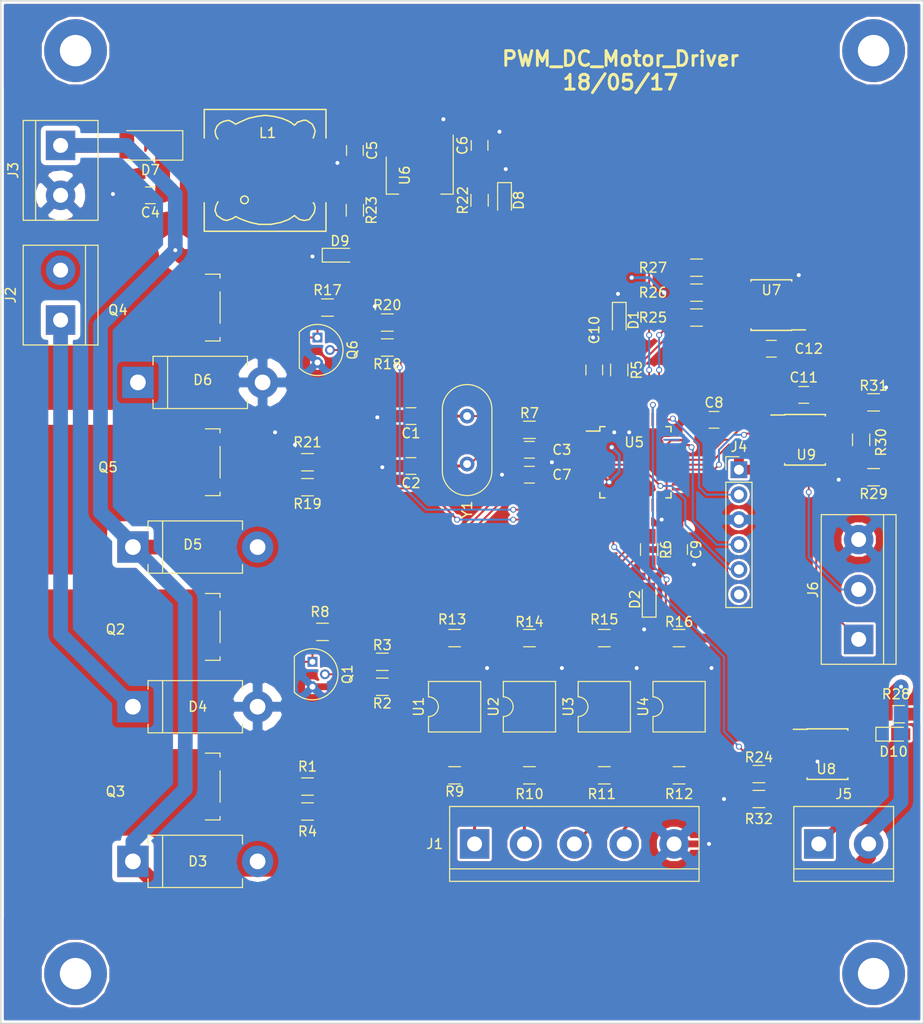
<source format=kicad_pcb>
(kicad_pcb (version 4) (host pcbnew 4.0.6)
  (layers (0 F.Cu signal hide) (31 B.Cu signal hide) (34 B.Paste user) (35 F.Paste user) (36 B.SilkS user) (37 F.SilkS user hide) (38 B.Mask user) (39 F.Mask user) (44 Edge.Cuts user))
  (net 0 "")
  (net 1 "Net-(C1-Pad1)")
  (net 2 GND)
  (net 3 "Net-(C2-Pad1)")
  (net 4 NRST)
  (net 5 "Net-(C4-Pad1)")
  (net 6 +12V)
  (net 7 +3V3)
  (net 8 "Net-(D1-Pad2)")
  (net 9 "Net-(D2-Pad2)")
  (net 10 "Net-(D3-Pad2)")
  (net 11 "Net-(D5-Pad2)")
  (net 12 "Net-(D8-Pad2)")
  (net 13 "Net-(D9-Pad2)")
  (net 14 "Net-(D10-Pad2)")
  (net 15 "Net-(D10-Pad1)")
  (net 16 "Net-(J1-Pad2)")
  (net 17 "Net-(J1-Pad3)")
  (net 18 "Net-(J1-Pad1)")
  (net 19 "Net-(J1-Pad4)")
  (net 20 SWCLK)
  (net 21 SWDIO)
  (net 22 "Net-(J4-Pad6)")
  (net 23 "Net-(J6-Pad1)")
  (net 24 "Net-(J6-Pad2)")
  (net 25 "Net-(Q1-Pad2)")
  (net 26 "Net-(Q1-Pad1)")
  (net 27 "Net-(Q3-Pad1)")
  (net 28 "Net-(Q4-Pad1)")
  (net 29 "Net-(Q5-Pad1)")
  (net 30 "Net-(Q6-Pad2)")
  (net 31 GATE2)
  (net 32 GATE1)
  (net 33 "Net-(R5-Pad1)")
  (net 34 "Net-(R6-Pad1)")
  (net 35 "Net-(R9-Pad1)")
  (net 36 "Net-(R10-Pad1)")
  (net 37 "Net-(R11-Pad1)")
  (net 38 "Net-(R12-Pad1)")
  (net 39 SENSE_TTL0)
  (net 40 SENSE_TTL1)
  (net 41 SENSE_TTL2)
  (net 42 SENSE_TTL3)
  (net 43 GATE3)
  (net 44 GATE4)
  (net 45 MAGNET)
  (net 46 "Net-(R24-Pad2)")
  (net 47 WP)
  (net 48 I2C1_SCL)
  (net 49 I2C1_SDA)
  (net 50 "Net-(U5-Pad1)")
  (net 51 "Net-(U5-Pad2)")
  (net 52 "Net-(U5-Pad3)")
  (net 53 "Net-(U5-Pad4)")
  (net 54 "Net-(U5-Pad15)")
  (net 55 "Net-(U5-Pad16)")
  (net 56 "Net-(U5-Pad17)")
  (net 57 "Net-(U5-Pad22)")
  (net 58 "Net-(U5-Pad25)")
  (net 59 "Net-(U5-Pad26)")
  (net 60 "Net-(U5-Pad27)")
  (net 61 "Net-(U5-Pad28)")
  (net 62 RT_SWITCH)
  (net 63 USART1_TX)
  (net 64 USART1_RX)
  (net 65 "Net-(U5-Pad32)")
  (net 66 "Net-(U5-Pad33)")
  (net 67 "Net-(U5-Pad38)")
  (net 68 "Net-(U5-Pad40)")
  (net 69 "Net-(U5-Pad41)")
  (net 70 +12V_IN)
  (module Connectors:bornier5 (layer F.Cu) (at 81.28 101.092)
    (fp_text reference J1 (at -4.064 0) (layer F.SilkS))
    (fp_text value "Sensors input")
    (pad 2 thru_hole circle (at 5.08 0) (size 3 3) (drill 1.52) (layers *.Cu *.Mask) (net 16 "Net-(J1-Pad2)"))
    (pad 3 thru_hole circle (at 10.16 0) (size 3 3) (drill 1.52) (layers *.Cu *.Mask) (net 17 "Net-(J1-Pad3)"))
    (pad 1 thru_hole rect (at 0 0) (size 3 3) (drill 1.52) (layers *.Cu *.Mask) (net 18 "Net-(J1-Pad1)"))
    (pad 4 thru_hole circle (at 15.24 0) (size 3 3) (drill 1.52) (layers *.Cu *.Mask) (net 19 "Net-(J1-Pad4)"))
    (pad 5 thru_hole circle (at 20.32 0) (size 3 3) (drill 1.52) (layers *.Cu *.Mask) (net 2 GND))
  )
  (module Capacitors_SMD:C_0805_HandSoldering (layer F.Cu) (at 74.803 57.531 180)
    (fp_text reference C1 (at 0 -1.75 180) (layer F.SilkS))
    (fp_text value 22pF)
    (pad 1 smd rect (at -1.25 0 180) (size 1.5 1.25) (layers F.Cu F.Paste F.Mask) (net 1 "Net-(C1-Pad1)"))
    (pad 2 smd rect (at 1.25 0 180) (size 1.5 1.25) (layers F.Cu F.Paste F.Mask) (net 2 GND))
  )
  (module Capacitors_SMD:C_0805_HandSoldering (layer F.Cu) (at 74.803 62.611 180)
    (fp_text reference C2 (at 0 -1.75 180) (layer F.SilkS))
    (fp_text value 22pF)
    (pad 1 smd rect (at -1.25 0 180) (size 1.5 1.25) (layers F.Cu F.Paste F.Mask) (net 3 "Net-(C2-Pad1)"))
    (pad 2 smd rect (at 1.25 0 180) (size 1.5 1.25) (layers F.Cu F.Paste F.Mask) (net 2 GND))
  )
  (module Capacitors_SMD:C_0805_HandSoldering (layer F.Cu) (at 86.868 60.96 180)
    (fp_text reference C3 (at -3.302 0 180) (layer F.SilkS))
    (fp_text value 100nF)
    (pad 1 smd rect (at -1.25 0 180) (size 1.5 1.25) (layers F.Cu F.Paste F.Mask) (net 4 NRST))
    (pad 2 smd rect (at 1.25 0 180) (size 1.5 1.25) (layers F.Cu F.Paste F.Mask) (net 2 GND))
  )
  (module Capacitors_SMD:C_0805_HandSoldering (layer F.Cu) (at 48.26 35.052 180)
    (fp_text reference C4 (at 0 -1.75 180) (layer F.SilkS))
    (fp_text value 10uF)
    (pad 1 smd rect (at -1.25 0 180) (size 1.5 1.25) (layers F.Cu F.Paste F.Mask) (net 5 "Net-(C4-Pad1)"))
    (pad 2 smd rect (at 1.25 0 180) (size 1.5 1.25) (layers F.Cu F.Paste F.Mask) (net 2 GND))
  )
  (module Capacitors_SMD:C_0805_HandSoldering (layer F.Cu) (at 69.088 30.48 270)
    (fp_text reference C5 (at 0 -1.75 270) (layer F.SilkS))
    (fp_text value 100nF)
    (pad 1 smd rect (at -1.25 0 270) (size 1.5 1.25) (layers F.Cu F.Paste F.Mask) (net 6 +12V))
    (pad 2 smd rect (at 1.25 0 270) (size 1.5 1.25) (layers F.Cu F.Paste F.Mask) (net 2 GND))
  )
  (module Capacitors_SMD:C_0805_HandSoldering (layer F.Cu) (at 81.788 29.972 90)
    (fp_text reference C6 (at 0 -1.75 90) (layer F.SilkS))
    (fp_text value 100nF)
    (pad 1 smd rect (at -1.25 0 90) (size 1.5 1.25) (layers F.Cu F.Paste F.Mask) (net 7 +3V3))
    (pad 2 smd rect (at 1.25 0 90) (size 1.5 1.25) (layers F.Cu F.Paste F.Mask) (net 2 GND))
  )
  (module Capacitors_SMD:C_0805_HandSoldering (layer F.Cu) (at 86.868 63.5 180)
    (fp_text reference C7 (at -3.302 0 180) (layer F.SilkS))
    (fp_text value 100nF)
    (pad 1 smd rect (at -1.25 0 180) (size 1.5 1.25) (layers F.Cu F.Paste F.Mask) (net 7 +3V3))
    (pad 2 smd rect (at 1.25 0 180) (size 1.5 1.25) (layers F.Cu F.Paste F.Mask) (net 2 GND))
  )
  (module Capacitors_SMD:C_0805_HandSoldering (layer F.Cu) (at 105.664 57.912)
    (fp_text reference C8 (at 0 -1.75) (layer F.SilkS))
    (fp_text value 100nF)
    (pad 1 smd rect (at -1.25 0) (size 1.5 1.25) (layers F.Cu F.Paste F.Mask) (net 7 +3V3))
    (pad 2 smd rect (at 1.25 0) (size 1.5 1.25) (layers F.Cu F.Paste F.Mask) (net 2 GND))
  )
  (module Capacitors_SMD:C_0805_HandSoldering (layer F.Cu) (at 102.108 71.12 270)
    (fp_text reference C9 (at 0 -1.75 270) (layer F.SilkS))
    (fp_text value 100nF)
    (pad 1 smd rect (at -1.25 0 270) (size 1.5 1.25) (layers F.Cu F.Paste F.Mask) (net 7 +3V3))
    (pad 2 smd rect (at 1.25 0 270) (size 1.5 1.25) (layers F.Cu F.Paste F.Mask) (net 2 GND))
  )
  (module Capacitors_SMD:C_0805_HandSoldering (layer F.Cu) (at 93.472 52.832 90)
    (fp_text reference C10 (at 4.064 0 90) (layer F.SilkS))
    (fp_text value 100nF)
    (pad 1 smd rect (at -1.25 0 90) (size 1.5 1.25) (layers F.Cu F.Paste F.Mask) (net 7 +3V3))
    (pad 2 smd rect (at 1.25 0 90) (size 1.5 1.25) (layers F.Cu F.Paste F.Mask) (net 2 GND))
  )
  (module Capacitors_SMD:C_0805_HandSoldering (layer F.Cu) (at 114.808 55.372 180)
    (fp_text reference C11 (at 0 1.778 180) (layer F.SilkS))
    (fp_text value 100nF)
    (pad 1 smd rect (at -1.25 0 180) (size 1.5 1.25) (layers F.Cu F.Paste F.Mask) (net 7 +3V3))
    (pad 2 smd rect (at 1.25 0 180) (size 1.5 1.25) (layers F.Cu F.Paste F.Mask) (net 2 GND))
  )
  (module Capacitors_SMD:C_0805_HandSoldering (layer F.Cu) (at 111.506 50.673)
    (fp_text reference C12 (at 3.81 0) (layer F.SilkS))
    (fp_text value 100nF)
    (pad 1 smd rect (at -1.25 0) (size 1.5 1.25) (layers F.Cu F.Paste F.Mask) (net 7 +3V3))
    (pad 2 smd rect (at 1.25 0) (size 1.5 1.25) (layers F.Cu F.Paste F.Mask) (net 2 GND))
  )
  (module LEDs:LED_0805 (layer F.Cu) (at 96.012 47.752 270)
    (fp_text reference D1 (at 0 -1.45 270) (layer F.SilkS))
    (fp_text value LED)
    (pad 2 smd rect (at 1.1 0 90) (size 1.2 1.2) (layers F.Cu F.Paste F.Mask) (net 8 "Net-(D1-Pad2)"))
    (pad 1 smd rect (at -1.1 0 90) (size 1.2 1.2) (layers F.Cu F.Paste F.Mask) (net 2 GND))
  )
  (module LEDs:LED_0805 (layer F.Cu) (at 99.06 76.2 90)
    (fp_text reference D2 (at 0 -1.45 90) (layer F.SilkS))
    (fp_text value LED)
    (pad 2 smd rect (at 1.1 0 270) (size 1.2 1.2) (layers F.Cu F.Paste F.Mask) (net 9 "Net-(D2-Pad2)"))
    (pad 1 smd rect (at -1.1 0 270) (size 1.2 1.2) (layers F.Cu F.Paste F.Mask) (net 2 GND))
  )
  (module Diodes_THT:D_DO-201AD_P12.70mm_Horizontal (layer F.Cu) (at 46.482 102.87)
    (fp_text reference D3 (at 6.604 0) (layer F.SilkS))
    (fp_text value 1N5402)
    (pad 1 thru_hole rect (at 0 0) (size 3.2 3.2) (drill 1.6) (layers *.Cu *.Mask) (net 70 +12V_IN))
    (pad 2 thru_hole oval (at 12.7 0) (size 3.2 3.2) (drill 1.6) (layers *.Cu *.Mask) (net 10 "Net-(D3-Pad2)"))
  )
  (module Diodes_THT:D_DO-201AD_P12.70mm_Horizontal (layer F.Cu) (at 46.482 87.122)
    (fp_text reference D4 (at 6.604 0) (layer F.SilkS))
    (fp_text value 1N5402)
    (pad 1 thru_hole rect (at 0 0) (size 3.2 3.2) (drill 1.6) (layers *.Cu *.Mask) (net 10 "Net-(D3-Pad2)"))
    (pad 2 thru_hole oval (at 12.7 0) (size 3.2 3.2) (drill 1.6) (layers *.Cu *.Mask) (net 2 GND))
  )
  (module Diodes_THT:D_DO-201AD_P12.70mm_Horizontal (layer F.Cu) (at 46.482 70.866)
    (fp_text reference D5 (at 6.096 -0.254) (layer F.SilkS))
    (fp_text value 1N5402)
    (pad 1 thru_hole rect (at 0 0) (size 3.2 3.2) (drill 1.6) (layers *.Cu *.Mask) (net 70 +12V_IN))
    (pad 2 thru_hole oval (at 12.7 0) (size 3.2 3.2) (drill 1.6) (layers *.Cu *.Mask) (net 11 "Net-(D5-Pad2)"))
  )
  (module Diodes_THT:D_DO-201AD_P12.70mm_Horizontal (layer F.Cu) (at 46.99 54.102)
    (fp_text reference D6 (at 6.604 -0.254) (layer F.SilkS))
    (fp_text value 1N5402)
    (pad 1 thru_hole rect (at 0 0) (size 3.2 3.2) (drill 1.6) (layers *.Cu *.Mask) (net 11 "Net-(D5-Pad2)"))
    (pad 2 thru_hole oval (at 12.7 0) (size 3.2 3.2) (drill 1.6) (layers *.Cu *.Mask) (net 2 GND))
  )
  (module Diodes_SMD:D_MELF (layer F.Cu) (at 48.26 29.972 180)
    (fp_text reference D7 (at 0 -2.5 180) (layer F.SilkS))
    (fp_text value SM4007)
    (pad 1 smd rect (at -2.4 0 180) (size 1.5 2.7) (layers F.Cu F.Paste F.Mask) (net 5 "Net-(C4-Pad1)"))
    (pad 2 smd rect (at 2.4 0 180) (size 1.5 2.7) (layers F.Cu F.Paste F.Mask) (net 70 +12V_IN))
  )
  (module LEDs:LED_0805 (layer F.Cu) (at 84.328 35.56 270)
    (fp_text reference D8 (at 0 -1.45 270) (layer F.SilkS))
    (fp_text value LED)
    (pad 2 smd rect (at 1.1 0 90) (size 1.2 1.2) (layers F.Cu F.Paste F.Mask) (net 12 "Net-(D8-Pad2)"))
    (pad 1 smd rect (at -1.1 0 90) (size 1.2 1.2) (layers F.Cu F.Paste F.Mask) (net 2 GND))
  )
  (module LEDs:LED_0805 (layer F.Cu) (at 67.564 41.148)
    (fp_text reference D9 (at 0 -1.45) (layer F.SilkS))
    (fp_text value LED)
    (pad 2 smd rect (at 1.1 0 180) (size 1.2 1.2) (layers F.Cu F.Paste F.Mask) (net 13 "Net-(D9-Pad2)"))
    (pad 1 smd rect (at -1.1 0 180) (size 1.2 1.2) (layers F.Cu F.Paste F.Mask) (net 2 GND))
  )
  (module LEDs:LED_0805 (layer F.Cu) (at 123.952 89.916)
    (fp_text reference D10 (at 0 1.778) (layer F.SilkS))
    (fp_text value LED)
    (pad 2 smd rect (at 1.1 0 180) (size 1.2 1.2) (layers F.Cu F.Paste F.Mask) (net 14 "Net-(D10-Pad2)"))
    (pad 1 smd rect (at -1.1 0 180) (size 1.2 1.2) (layers F.Cu F.Paste F.Mask) (net 15 "Net-(D10-Pad1)"))
  )
  (module Connectors:bornier2 (layer F.Cu) (at 39.116 47.752 90)
    (fp_text reference J2 (at 2.54 -5.08 90) (layer F.SilkS))
    (fp_text value Motor)
    (pad 1 thru_hole rect (at 0 0 90) (size 3 3) (drill 1.52) (layers *.Cu *.Mask) (net 10 "Net-(D3-Pad2)"))
    (pad 2 thru_hole circle (at 5.08 0 90) (size 3 3) (drill 1.52) (layers *.Cu *.Mask) (net 11 "Net-(D5-Pad2)"))
  )
  (module Connectors:bornier2 (layer F.Cu) (at 39.116 29.972 270)
    (fp_text reference J3 (at 2.54 4.826 270) (layer F.SilkS))
    (fp_text value Power)
    (pad 1 thru_hole rect (at 0 0 270) (size 3 3) (drill 1.52) (layers *.Cu *.Mask) (net 70 +12V_IN))
    (pad 2 thru_hole circle (at 5.08 0 270) (size 3 3) (drill 1.52) (layers *.Cu *.Mask) (net 2 GND))
  )
  (module Pin_Headers:Pin_Header_Straight_1x06_Pitch2.54mm (layer F.Cu) (at 108.204 62.992)
    (fp_text reference J4 (at 0 -2.33) (layer F.SilkS))
    (fp_text value SWD)
    (pad 1 thru_hole rect (at 0 0) (size 1.7 1.7) (drill 1) (layers *.Cu *.Mask) (net 7 +3V3))
    (pad 2 thru_hole oval (at 0 2.54) (size 1.7 1.7) (drill 1) (layers *.Cu *.Mask) (net 20 SWCLK))
    (pad 3 thru_hole oval (at 0 5.08) (size 1.7 1.7) (drill 1) (layers *.Cu *.Mask) (net 2 GND))
    (pad 4 thru_hole oval (at 0 7.62) (size 1.7 1.7) (drill 1) (layers *.Cu *.Mask) (net 21 SWDIO))
    (pad 5 thru_hole oval (at 0 10.16) (size 1.7 1.7) (drill 1) (layers *.Cu *.Mask) (net 4 NRST))
    (pad 6 thru_hole oval (at 0 12.7) (size 1.7 1.7) (drill 1) (layers *.Cu *.Mask) (net 22 "Net-(J4-Pad6)"))
  )
  (module Connectors:bornier2 (layer F.Cu) (at 116.332 101.092)
    (fp_text reference J5 (at 2.54 -5.08) (layer F.SilkS))
    (fp_text value Magnet)
    (pad 1 thru_hole rect (at 0 0) (size 3 3) (drill 1.52) (layers *.Cu *.Mask) (net 15 "Net-(D10-Pad1)"))
    (pad 2 thru_hole circle (at 5.08 0) (size 3 3) (drill 1.52) (layers *.Cu *.Mask) (net 70 +12V_IN))
  )
  (module Connectors:bornier3 (layer F.Cu) (at 120.396 80.264 90)
    (fp_text reference J6 (at 5.05 -4.65 90) (layer F.SilkS))
    (fp_text value RS-485)
    (pad 1 thru_hole rect (at 0 0 90) (size 3 3) (drill 1.52) (layers *.Cu *.Mask) (net 23 "Net-(J6-Pad1)"))
    (pad 2 thru_hole circle (at 5.08 0 90) (size 3 3) (drill 1.52) (layers *.Cu *.Mask) (net 24 "Net-(J6-Pad2)"))
    (pad 3 thru_hole circle (at 10.16 0 90) (size 3 3) (drill 1.52) (layers *.Cu *.Mask) (net 2 GND))
  )
  (module Choke_SMD:Choke_SMD_12x12mm_h6mm (layer F.Cu) (at 59.944 32.512)
    (fp_text reference L1 (at 0.254 -3.81) (layer F.SilkS))
    (fp_text value 220uH)
    (pad 1 smd rect (at -4.95046 0) (size 2.90068 5.40004) (layers F.Cu F.Paste F.Mask) (net 5 "Net-(C4-Pad1)"))
    (pad 2 smd rect (at 4.95046 0) (size 2.90068 5.40004) (layers F.Cu F.Paste F.Mask) (net 6 +12V))
  )
  (module TO_SOT_Packages_THT:TO-92_Molded_Narrow (layer F.Cu) (at 64.77 82.55 270)
    (fp_text reference Q1 (at 1.27 -3.56 270) (layer F.SilkS))
    (fp_text value BS170)
    (pad 2 thru_hole circle (at 1.27 -1.27) (size 1 1) (drill 0.6) (layers *.Cu *.Mask) (net 25 "Net-(Q1-Pad2)"))
    (pad 3 thru_hole circle (at 2.54 0) (size 1 1) (drill 0.6) (layers *.Cu *.Mask) (net 2 GND))
    (pad 1 thru_hole rect (at 0 0) (size 1 1) (drill 0.6) (layers *.Cu *.Mask) (net 26 "Net-(Q1-Pad1)"))
  )
  (module TO_SOT_Packages_SMD:TO-252-2_Rectifier (layer F.Cu) (at 53.086 78.994 180)
    (fp_text reference Q2 (at 8.382 -0.254 180) (layer F.SilkS))
    (fp_text value IRFR5305)
    (pad 1 smd rect (at -4.575 -2.3 90) (size 2 3.5) (layers F.Cu F.Paste F.Mask) (net 26 "Net-(Q1-Pad1)"))
    (pad 3 smd rect (at -4.575 2.28 90) (size 2 3.5) (layers F.Cu F.Paste F.Mask) (net 70 +12V_IN))
    (pad 2 smd rect (at 2.825 0 90) (size 7 7) (layers F.Cu F.Paste F.Mask) (net 10 "Net-(D3-Pad2)"))
  )
  (module TO_SOT_Packages_SMD:TO-252-2_Rectifier (layer F.Cu) (at 53.086 95.25 180)
    (fp_text reference Q3 (at 8.382 -0.508 180) (layer F.SilkS))
    (fp_text value IRLR2905)
    (pad 1 smd rect (at -4.575 -2.3 90) (size 2 3.5) (layers F.Cu F.Paste F.Mask) (net 27 "Net-(Q3-Pad1)"))
    (pad 3 smd rect (at -4.575 2.28 90) (size 2 3.5) (layers F.Cu F.Paste F.Mask) (net 2 GND))
    (pad 2 smd rect (at 2.825 0 90) (size 7 7) (layers F.Cu F.Paste F.Mask) (net 10 "Net-(D3-Pad2)"))
  )
  (module TO_SOT_Packages_SMD:TO-252-2_Rectifier (layer F.Cu) (at 53.086 46.482 180)
    (fp_text reference Q4 (at 8.128 -0.254 180) (layer F.SilkS))
    (fp_text value IRFR5305)
    (pad 1 smd rect (at -4.575 -2.3 90) (size 2 3.5) (layers F.Cu F.Paste F.Mask) (net 28 "Net-(Q4-Pad1)"))
    (pad 3 smd rect (at -4.575 2.28 90) (size 2 3.5) (layers F.Cu F.Paste F.Mask) (net 70 +12V_IN))
    (pad 2 smd rect (at 2.825 0 90) (size 7 7) (layers F.Cu F.Paste F.Mask) (net 11 "Net-(D5-Pad2)"))
  )
  (module TO_SOT_Packages_SMD:TO-252-2_Rectifier (layer F.Cu) (at 53.086 62.23 180)
    (fp_text reference Q5 (at 9.144 -0.508 180) (layer F.SilkS))
    (fp_text value IRLR2905)
    (pad 1 smd rect (at -4.575 -2.3 90) (size 2 3.5) (layers F.Cu F.Paste F.Mask) (net 29 "Net-(Q5-Pad1)"))
    (pad 3 smd rect (at -4.575 2.28 90) (size 2 3.5) (layers F.Cu F.Paste F.Mask) (net 2 GND))
    (pad 2 smd rect (at 2.825 0 90) (size 7 7) (layers F.Cu F.Paste F.Mask) (net 11 "Net-(D5-Pad2)"))
  )
  (module TO_SOT_Packages_THT:TO-92_Molded_Narrow (layer F.Cu) (at 65.278 49.53 270)
    (fp_text reference Q6 (at 1.27 -3.56 270) (layer F.SilkS))
    (fp_text value BS170)
    (pad 2 thru_hole circle (at 1.27 -1.27) (size 1 1) (drill 0.6) (layers *.Cu *.Mask) (net 30 "Net-(Q6-Pad2)"))
    (pad 3 thru_hole circle (at 2.54 0) (size 1 1) (drill 0.6) (layers *.Cu *.Mask) (net 2 GND))
    (pad 1 thru_hole rect (at 0 0) (size 1 1) (drill 0.6) (layers *.Cu *.Mask) (net 28 "Net-(Q4-Pad1)"))
  )
  (module Resistors_SMD:R_0805_HandSoldering (layer F.Cu) (at 64.262 95.25 180)
    (fp_text reference R1 (at 0 2.032 180) (layer F.SilkS))
    (fp_text value 10K)
    (pad 1 smd rect (at -1.35 0 180) (size 1.5 1.3) (layers F.Cu F.Paste F.Mask) (net 31 GATE2))
    (pad 2 smd rect (at 1.35 0 180) (size 1.5 1.3) (layers F.Cu F.Paste F.Mask) (net 2 GND))
  )
  (module Resistors_SMD:R_0805_HandSoldering (layer F.Cu) (at 71.882 85.09 180)
    (fp_text reference R2 (at 0 -1.7 180) (layer F.SilkS))
    (fp_text value 10K)
    (pad 1 smd rect (at -1.35 0 180) (size 1.5 1.3) (layers F.Cu F.Paste F.Mask) (net 32 GATE1))
    (pad 2 smd rect (at 1.35 0 180) (size 1.5 1.3) (layers F.Cu F.Paste F.Mask) (net 2 GND))
  )
  (module Resistors_SMD:R_0805_HandSoldering (layer F.Cu) (at 71.882 82.55)
    (fp_text reference R3 (at 0 -1.7) (layer F.SilkS))
    (fp_text value 100)
    (pad 1 smd rect (at -1.35 0) (size 1.5 1.3) (layers F.Cu F.Paste F.Mask) (net 25 "Net-(Q1-Pad2)"))
    (pad 2 smd rect (at 1.35 0) (size 1.5 1.3) (layers F.Cu F.Paste F.Mask) (net 32 GATE1))
  )
  (module Resistors_SMD:R_0805_HandSoldering (layer F.Cu) (at 64.262 97.79)
    (fp_text reference R4 (at 0 2.032) (layer F.SilkS))
    (fp_text value 100)
    (pad 1 smd rect (at -1.35 0) (size 1.5 1.3) (layers F.Cu F.Paste F.Mask) (net 27 "Net-(Q3-Pad1)"))
    (pad 2 smd rect (at 1.35 0) (size 1.5 1.3) (layers F.Cu F.Paste F.Mask) (net 31 GATE2))
  )
  (module Resistors_SMD:R_0805_HandSoldering (layer F.Cu) (at 96.012 52.832 90)
    (fp_text reference R5 (at 0 1.778 90) (layer F.SilkS))
    (fp_text value 330)
    (pad 1 smd rect (at -1.35 0 90) (size 1.5 1.3) (layers F.Cu F.Paste F.Mask) (net 33 "Net-(R5-Pad1)"))
    (pad 2 smd rect (at 1.35 0 90) (size 1.5 1.3) (layers F.Cu F.Paste F.Mask) (net 8 "Net-(D1-Pad2)"))
  )
  (module Resistors_SMD:R_0805_HandSoldering (layer F.Cu) (at 99.06 71.12 270)
    (fp_text reference R6 (at 0 -1.7 270) (layer F.SilkS))
    (fp_text value 330)
    (pad 1 smd rect (at -1.35 0 270) (size 1.5 1.3) (layers F.Cu F.Paste F.Mask) (net 34 "Net-(R6-Pad1)"))
    (pad 2 smd rect (at 1.35 0 270) (size 1.5 1.3) (layers F.Cu F.Paste F.Mask) (net 9 "Net-(D2-Pad2)"))
  )
  (module Resistors_SMD:R_0805_HandSoldering (layer F.Cu) (at 86.868 58.928)
    (fp_text reference R7 (at 0 -1.7) (layer F.SilkS))
    (fp_text value 10K)
    (pad 1 smd rect (at -1.35 0) (size 1.5 1.3) (layers F.Cu F.Paste F.Mask) (net 7 +3V3))
    (pad 2 smd rect (at 1.35 0) (size 1.5 1.3) (layers F.Cu F.Paste F.Mask) (net 4 NRST))
  )
  (module Resistors_SMD:R_0805_HandSoldering (layer F.Cu) (at 65.786 79.502 180)
    (fp_text reference R8 (at 0.254 2.032 180) (layer F.SilkS))
    (fp_text value 2K2)
    (pad 1 smd rect (at -1.35 0 180) (size 1.5 1.3) (layers F.Cu F.Paste F.Mask) (net 70 +12V_IN))
    (pad 2 smd rect (at 1.35 0 180) (size 1.5 1.3) (layers F.Cu F.Paste F.Mask) (net 26 "Net-(Q1-Pad1)"))
  )
  (module Resistors_SMD:R_0805_HandSoldering (layer F.Cu) (at 79.248 94.107)
    (fp_text reference R9 (at 0 1.651) (layer F.SilkS))
    (fp_text value 1K2)
    (pad 1 smd rect (at -1.35 0) (size 1.5 1.3) (layers F.Cu F.Paste F.Mask) (net 35 "Net-(R9-Pad1)"))
    (pad 2 smd rect (at 1.35 0) (size 1.5 1.3) (layers F.Cu F.Paste F.Mask) (net 18 "Net-(J1-Pad1)"))
  )
  (module Resistors_SMD:R_0805_HandSoldering (layer F.Cu) (at 86.868 94.107)
    (fp_text reference R10 (at 0 1.905) (layer F.SilkS))
    (fp_text value 1K2)
    (pad 1 smd rect (at -1.35 0) (size 1.5 1.3) (layers F.Cu F.Paste F.Mask) (net 36 "Net-(R10-Pad1)"))
    (pad 2 smd rect (at 1.35 0) (size 1.5 1.3) (layers F.Cu F.Paste F.Mask) (net 16 "Net-(J1-Pad2)"))
  )
  (module Resistors_SMD:R_0805_HandSoldering (layer F.Cu) (at 94.488 94.107)
    (fp_text reference R11 (at -0.254 1.905) (layer F.SilkS))
    (fp_text value 1K2)
    (pad 1 smd rect (at -1.35 0) (size 1.5 1.3) (layers F.Cu F.Paste F.Mask) (net 37 "Net-(R11-Pad1)"))
    (pad 2 smd rect (at 1.35 0) (size 1.5 1.3) (layers F.Cu F.Paste F.Mask) (net 17 "Net-(J1-Pad3)"))
  )
  (module Resistors_SMD:R_0805_HandSoldering (layer F.Cu) (at 102.108 94.107)
    (fp_text reference R12 (at 0 1.905) (layer F.SilkS))
    (fp_text value 1K2)
    (pad 1 smd rect (at -1.35 0) (size 1.5 1.3) (layers F.Cu F.Paste F.Mask) (net 38 "Net-(R12-Pad1)"))
    (pad 2 smd rect (at 1.35 0) (size 1.5 1.3) (layers F.Cu F.Paste F.Mask) (net 19 "Net-(J1-Pad4)"))
  )
  (module Resistors_SMD:R_0805_HandSoldering (layer F.Cu) (at 79.248 80.137 180)
    (fp_text reference R13 (at 0.254 1.905 180) (layer F.SilkS))
    (fp_text value 4K7)
    (pad 1 smd rect (at -1.35 0 180) (size 1.5 1.3) (layers F.Cu F.Paste F.Mask) (net 7 +3V3))
    (pad 2 smd rect (at 1.35 0 180) (size 1.5 1.3) (layers F.Cu F.Paste F.Mask) (net 39 SENSE_TTL0))
  )
  (module Resistors_SMD:R_0805_HandSoldering (layer F.Cu) (at 86.868 80.137 180)
    (fp_text reference R14 (at 0 1.651 180) (layer F.SilkS))
    (fp_text value 4K7)
    (pad 1 smd rect (at -1.35 0 180) (size 1.5 1.3) (layers F.Cu F.Paste F.Mask) (net 7 +3V3))
    (pad 2 smd rect (at 1.35 0 180) (size 1.5 1.3) (layers F.Cu F.Paste F.Mask) (net 40 SENSE_TTL1))
  )
  (module Resistors_SMD:R_0805_HandSoldering (layer F.Cu) (at 94.488 80.137 180)
    (fp_text reference R15 (at 0 1.905 180) (layer F.SilkS))
    (fp_text value 4K7)
    (pad 1 smd rect (at -1.35 0 180) (size 1.5 1.3) (layers F.Cu F.Paste F.Mask) (net 7 +3V3))
    (pad 2 smd rect (at 1.35 0 180) (size 1.5 1.3) (layers F.Cu F.Paste F.Mask) (net 41 SENSE_TTL2))
  )
  (module Resistors_SMD:R_0805_HandSoldering (layer F.Cu) (at 102.108 80.137 180)
    (fp_text reference R16 (at 0 1.651 180) (layer F.SilkS))
    (fp_text value 4K7)
    (pad 1 smd rect (at -1.35 0 180) (size 1.5 1.3) (layers F.Cu F.Paste F.Mask) (net 7 +3V3))
    (pad 2 smd rect (at 1.35 0 180) (size 1.5 1.3) (layers F.Cu F.Paste F.Mask) (net 42 SENSE_TTL3))
  )
  (module Resistors_SMD:R_0805_HandSoldering (layer F.Cu) (at 66.294 46.482 180)
    (fp_text reference R17 (at 0 1.778 180) (layer F.SilkS))
    (fp_text value 2K2)
    (pad 1 smd rect (at -1.35 0 180) (size 1.5 1.3) (layers F.Cu F.Paste F.Mask) (net 70 +12V_IN))
    (pad 2 smd rect (at 1.35 0 180) (size 1.5 1.3) (layers F.Cu F.Paste F.Mask) (net 28 "Net-(Q4-Pad1)"))
  )
  (module Resistors_SMD:R_0805_HandSoldering (layer F.Cu) (at 72.39 50.546 180)
    (fp_text reference R18 (at 0 -1.7 180) (layer F.SilkS))
    (fp_text value 100)
    (pad 1 smd rect (at -1.35 0 180) (size 1.5 1.3) (layers F.Cu F.Paste F.Mask) (net 43 GATE3))
    (pad 2 smd rect (at 1.35 0 180) (size 1.5 1.3) (layers F.Cu F.Paste F.Mask) (net 30 "Net-(Q6-Pad2)"))
  )
  (module Resistors_SMD:R_0805_HandSoldering (layer F.Cu) (at 64.262 64.77 180)
    (fp_text reference R19 (at 0 -1.7 180) (layer F.SilkS))
    (fp_text value 100)
    (pad 1 smd rect (at -1.35 0 180) (size 1.5 1.3) (layers F.Cu F.Paste F.Mask) (net 44 GATE4))
    (pad 2 smd rect (at 1.35 0 180) (size 1.5 1.3) (layers F.Cu F.Paste F.Mask) (net 29 "Net-(Q5-Pad1)"))
  )
  (module Resistors_SMD:R_0805_HandSoldering (layer F.Cu) (at 72.39 48.006 180)
    (fp_text reference R20 (at 0 1.778 180) (layer F.SilkS))
    (fp_text value 10K)
    (pad 1 smd rect (at -1.35 0 180) (size 1.5 1.3) (layers F.Cu F.Paste F.Mask) (net 43 GATE3))
    (pad 2 smd rect (at 1.35 0 180) (size 1.5 1.3) (layers F.Cu F.Paste F.Mask) (net 2 GND))
  )
  (module Resistors_SMD:R_0805_HandSoldering (layer F.Cu) (at 64.262 62.23 180)
    (fp_text reference R21 (at 0 2.032 180) (layer F.SilkS))
    (fp_text value 10K)
    (pad 1 smd rect (at -1.35 0 180) (size 1.5 1.3) (layers F.Cu F.Paste F.Mask) (net 44 GATE4))
    (pad 2 smd rect (at 1.35 0 180) (size 1.5 1.3) (layers F.Cu F.Paste F.Mask) (net 2 GND))
  )
  (module Resistors_SMD:R_0805_HandSoldering (layer F.Cu) (at 81.788 35.56 90)
    (fp_text reference R22 (at 0 -1.7 90) (layer F.SilkS))
    (fp_text value 330)
    (pad 1 smd rect (at -1.35 0 90) (size 1.5 1.3) (layers F.Cu F.Paste F.Mask) (net 12 "Net-(D8-Pad2)"))
    (pad 2 smd rect (at 1.35 0 90) (size 1.5 1.3) (layers F.Cu F.Paste F.Mask) (net 7 +3V3))
  )
  (module Resistors_SMD:R_0805_HandSoldering (layer F.Cu) (at 69.088 36.576 270)
    (fp_text reference R23 (at 0 -1.7 270) (layer F.SilkS))
    (fp_text value 1K2)
    (pad 1 smd rect (at -1.35 0 270) (size 1.5 1.3) (layers F.Cu F.Paste F.Mask) (net 6 +12V))
    (pad 2 smd rect (at 1.35 0 270) (size 1.5 1.3) (layers F.Cu F.Paste F.Mask) (net 13 "Net-(D9-Pad2)"))
  )
  (module Resistors_SMD:R_0805_HandSoldering (layer F.Cu) (at 110.236 93.98)
    (fp_text reference R24 (at 0 -1.7) (layer F.SilkS))
    (fp_text value 470)
    (pad 1 smd rect (at -1.35 0) (size 1.5 1.3) (layers F.Cu F.Paste F.Mask) (net 45 MAGNET))
    (pad 2 smd rect (at 1.35 0) (size 1.5 1.3) (layers F.Cu F.Paste F.Mask) (net 46 "Net-(R24-Pad2)"))
  )
  (module Resistors_SMD:R_0805_HandSoldering (layer F.Cu) (at 103.886 47.498)
    (fp_text reference R25 (at -4.445 0) (layer F.SilkS))
    (fp_text value 4K7)
    (pad 1 smd rect (at -1.35 0) (size 1.5 1.3) (layers F.Cu F.Paste F.Mask) (net 7 +3V3))
    (pad 2 smd rect (at 1.35 0) (size 1.5 1.3) (layers F.Cu F.Paste F.Mask) (net 47 WP))
  )
  (module Resistors_SMD:R_0805_HandSoldering (layer F.Cu) (at 103.886 44.958)
    (fp_text reference R26 (at -4.445 0) (layer F.SilkS))
    (fp_text value 4K7)
    (pad 1 smd rect (at -1.35 0) (size 1.5 1.3) (layers F.Cu F.Paste F.Mask) (net 7 +3V3))
    (pad 2 smd rect (at 1.35 0) (size 1.5 1.3) (layers F.Cu F.Paste F.Mask) (net 48 I2C1_SCL))
  )
  (module Resistors_SMD:R_0805_HandSoldering (layer F.Cu) (at 103.886 42.418)
    (fp_text reference R27 (at -4.445 0) (layer F.SilkS))
    (fp_text value 4K7)
    (pad 1 smd rect (at -1.35 0) (size 1.5 1.3) (layers F.Cu F.Paste F.Mask) (net 7 +3V3))
    (pad 2 smd rect (at 1.35 0) (size 1.5 1.3) (layers F.Cu F.Paste F.Mask) (net 49 I2C1_SDA))
  )
  (module Resistors_SMD:R_0805_HandSoldering (layer F.Cu) (at 124.46 87.884)
    (fp_text reference R28 (at -0.254 -2.032) (layer F.SilkS))
    (fp_text value 1K2)
    (pad 1 smd rect (at -1.35 0) (size 1.5 1.3) (layers F.Cu F.Paste F.Mask) (net 70 +12V_IN))
    (pad 2 smd rect (at 1.35 0) (size 1.5 1.3) (layers F.Cu F.Paste F.Mask) (net 14 "Net-(D10-Pad2)"))
  )
  (module Resistors_SMD:R_0805_HandSoldering (layer F.Cu) (at 121.92 63.754 180)
    (fp_text reference R29 (at 0 -1.7 180) (layer F.SilkS))
    (fp_text value 1K5)
    (pad 1 smd rect (at -1.35 0 180) (size 1.5 1.3) (layers F.Cu F.Paste F.Mask) (net 7 +3V3))
    (pad 2 smd rect (at 1.35 0 180) (size 1.5 1.3) (layers F.Cu F.Paste F.Mask) (net 23 "Net-(J6-Pad1)"))
  )
  (module Resistors_SMD:R_0805_HandSoldering (layer F.Cu) (at 120.65 59.944 90)
    (fp_text reference R30 (at -0.254 2.032 90) (layer F.SilkS))
    (fp_text value 120)
    (pad 1 smd rect (at -1.35 0 90) (size 1.5 1.3) (layers F.Cu F.Paste F.Mask) (net 23 "Net-(J6-Pad1)"))
    (pad 2 smd rect (at 1.35 0 90) (size 1.5 1.3) (layers F.Cu F.Paste F.Mask) (net 24 "Net-(J6-Pad2)"))
  )
  (module Resistors_SMD:R_0805_HandSoldering (layer F.Cu) (at 121.92 56.134)
    (fp_text reference R31 (at 0 -1.7) (layer F.SilkS))
    (fp_text value 1K5)
    (pad 1 smd rect (at -1.35 0) (size 1.5 1.3) (layers F.Cu F.Paste F.Mask) (net 24 "Net-(J6-Pad2)"))
    (pad 2 smd rect (at 1.35 0) (size 1.5 1.3) (layers F.Cu F.Paste F.Mask) (net 2 GND))
  )
  (module Resistors_SMD:R_0805_HandSoldering (layer F.Cu) (at 110.236 96.52)
    (fp_text reference R32 (at 0 2.032) (layer F.SilkS))
    (fp_text value 10K)
    (pad 1 smd rect (at -1.35 0) (size 1.5 1.3) (layers F.Cu F.Paste F.Mask) (net 2 GND))
    (pad 2 smd rect (at 1.35 0) (size 1.5 1.3) (layers F.Cu F.Paste F.Mask) (net 46 "Net-(R24-Pad2)"))
  )
  (module Housings_DIP:DIP-4_W7.62mm_SMD (layer F.Cu) (at 79.248 87.122 90)
    (fp_text reference U1 (at 0 -3.66 90) (layer F.SilkS))
    (fp_text value PC817)
    (pad 1 smd rect (at -3.81 -1.27 90) (size 2 1.78) (layers F.Cu F.Paste F.Mask) (net 35 "Net-(R9-Pad1)"))
    (pad 3 smd rect (at 3.81 1.27 90) (size 2 1.78) (layers F.Cu F.Paste F.Mask) (net 2 GND))
    (pad 2 smd rect (at -3.81 1.27 90) (size 2 1.78) (layers F.Cu F.Paste F.Mask) (net 2 GND))
    (pad 4 smd rect (at 3.81 -1.27 90) (size 2 1.78) (layers F.Cu F.Paste F.Mask) (net 39 SENSE_TTL0))
  )
  (module Housings_DIP:DIP-4_W7.62mm_SMD (layer F.Cu) (at 86.868 87.122 90)
    (fp_text reference U2 (at 0 -3.66 90) (layer F.SilkS))
    (fp_text value PC817)
    (pad 1 smd rect (at -3.81 -1.27 90) (size 2 1.78) (layers F.Cu F.Paste F.Mask) (net 36 "Net-(R10-Pad1)"))
    (pad 3 smd rect (at 3.81 1.27 90) (size 2 1.78) (layers F.Cu F.Paste F.Mask) (net 2 GND))
    (pad 2 smd rect (at -3.81 1.27 90) (size 2 1.78) (layers F.Cu F.Paste F.Mask) (net 2 GND))
    (pad 4 smd rect (at 3.81 -1.27 90) (size 2 1.78) (layers F.Cu F.Paste F.Mask) (net 40 SENSE_TTL1))
  )
  (module Housings_DIP:DIP-4_W7.62mm_SMD (layer F.Cu) (at 94.488 87.122 90)
    (fp_text reference U3 (at 0 -3.66 90) (layer F.SilkS))
    (fp_text value PC817)
    (pad 1 smd rect (at -3.81 -1.27 90) (size 2 1.78) (layers F.Cu F.Paste F.Mask) (net 37 "Net-(R11-Pad1)"))
    (pad 3 smd rect (at 3.81 1.27 90) (size 2 1.78) (layers F.Cu F.Paste F.Mask) (net 2 GND))
    (pad 2 smd rect (at -3.81 1.27 90) (size 2 1.78) (layers F.Cu F.Paste F.Mask) (net 2 GND))
    (pad 4 smd rect (at 3.81 -1.27 90) (size 2 1.78) (layers F.Cu F.Paste F.Mask) (net 41 SENSE_TTL2))
  )
  (module Housings_DIP:DIP-4_W7.62mm_SMD (layer F.Cu) (at 102.108 87.122 90)
    (fp_text reference U4 (at 0 -3.66 90) (layer F.SilkS))
    (fp_text value PC817)
    (pad 1 smd rect (at -3.81 -1.27 90) (size 2 1.78) (layers F.Cu F.Paste F.Mask) (net 38 "Net-(R12-Pad1)"))
    (pad 3 smd rect (at 3.81 1.27 90) (size 2 1.78) (layers F.Cu F.Paste F.Mask) (net 2 GND))
    (pad 2 smd rect (at -3.81 1.27 90) (size 2 1.78) (layers F.Cu F.Paste F.Mask) (net 2 GND))
    (pad 4 smd rect (at 3.81 -1.27 90) (size 2 1.78) (layers F.Cu F.Paste F.Mask) (net 42 SENSE_TTL3))
  )
  (module Housings_QFP:LQFP-48_7x7mm_Pitch0.5mm (layer F.Cu) (at 97.663 62.23)
    (fp_text reference U5 (at -0.127 -2.032) (layer F.SilkS))
    (fp_text value STM32F103C8Tx)
    (pad 1 smd rect (at -4.35 -2.75) (size 1.3 0.25) (layers F.Cu F.Paste F.Mask) (net 50 "Net-(U5-Pad1)"))
    (pad 2 smd rect (at -4.35 -2.25) (size 1.3 0.25) (layers F.Cu F.Paste F.Mask) (net 51 "Net-(U5-Pad2)"))
    (pad 3 smd rect (at -4.35 -1.75) (size 1.3 0.25) (layers F.Cu F.Paste F.Mask) (net 52 "Net-(U5-Pad3)"))
    (pad 4 smd rect (at -4.35 -1.25) (size 1.3 0.25) (layers F.Cu F.Paste F.Mask) (net 53 "Net-(U5-Pad4)"))
    (pad 5 smd rect (at -4.35 -0.75) (size 1.3 0.25) (layers F.Cu F.Paste F.Mask) (net 1 "Net-(C1-Pad1)"))
    (pad 6 smd rect (at -4.35 -0.25) (size 1.3 0.25) (layers F.Cu F.Paste F.Mask) (net 3 "Net-(C2-Pad1)"))
    (pad 7 smd rect (at -4.35 0.25) (size 1.3 0.25) (layers F.Cu F.Paste F.Mask) (net 4 NRST))
    (pad 8 smd rect (at -4.35 0.75) (size 1.3 0.25) (layers F.Cu F.Paste F.Mask) (net 2 GND))
    (pad 9 smd rect (at -4.35 1.25) (size 1.3 0.25) (layers F.Cu F.Paste F.Mask) (net 7 +3V3))
    (pad 10 smd rect (at -4.35 1.75) (size 1.3 0.25) (layers F.Cu F.Paste F.Mask) (net 32 GATE1))
    (pad 11 smd rect (at -4.35 2.25) (size 1.3 0.25) (layers F.Cu F.Paste F.Mask) (net 31 GATE2))
    (pad 12 smd rect (at -4.35 2.75) (size 1.3 0.25) (layers F.Cu F.Paste F.Mask) (net 43 GATE3))
    (pad 13 smd rect (at -2.75 4.35 90) (size 1.3 0.25) (layers F.Cu F.Paste F.Mask) (net 44 GATE4))
    (pad 14 smd rect (at -2.25 4.35 90) (size 1.3 0.25) (layers F.Cu F.Paste F.Mask) (net 45 MAGNET))
    (pad 15 smd rect (at -1.75 4.35 90) (size 1.3 0.25) (layers F.Cu F.Paste F.Mask) (net 54 "Net-(U5-Pad15)"))
    (pad 16 smd rect (at -1.25 4.35 90) (size 1.3 0.25) (layers F.Cu F.Paste F.Mask) (net 55 "Net-(U5-Pad16)"))
    (pad 17 smd rect (at -0.75 4.35 90) (size 1.3 0.25) (layers F.Cu F.Paste F.Mask) (net 56 "Net-(U5-Pad17)"))
    (pad 18 smd rect (at -0.25 4.35 90) (size 1.3 0.25) (layers F.Cu F.Paste F.Mask) (net 39 SENSE_TTL0))
    (pad 19 smd rect (at 0.25 4.35 90) (size 1.3 0.25) (layers F.Cu F.Paste F.Mask) (net 40 SENSE_TTL1))
    (pad 20 smd rect (at 0.75 4.35 90) (size 1.3 0.25) (layers F.Cu F.Paste F.Mask) (net 41 SENSE_TTL2))
    (pad 21 smd rect (at 1.25 4.35 90) (size 1.3 0.25) (layers F.Cu F.Paste F.Mask) (net 34 "Net-(R6-Pad1)"))
    (pad 22 smd rect (at 1.75 4.35 90) (size 1.3 0.25) (layers F.Cu F.Paste F.Mask) (net 57 "Net-(U5-Pad22)"))
    (pad 23 smd rect (at 2.25 4.35 90) (size 1.3 0.25) (layers F.Cu F.Paste F.Mask) (net 2 GND))
    (pad 24 smd rect (at 2.75 4.35 90) (size 1.3 0.25) (layers F.Cu F.Paste F.Mask) (net 7 +3V3))
    (pad 25 smd rect (at 4.35 2.75) (size 1.3 0.25) (layers F.Cu F.Paste F.Mask) (net 58 "Net-(U5-Pad25)"))
    (pad 26 smd rect (at 4.35 2.25) (size 1.3 0.25) (layers F.Cu F.Paste F.Mask) (net 59 "Net-(U5-Pad26)"))
    (pad 27 smd rect (at 4.35 1.75) (size 1.3 0.25) (layers F.Cu F.Paste F.Mask) (net 60 "Net-(U5-Pad27)"))
    (pad 28 smd rect (at 4.35 1.25) (size 1.3 0.25) (layers F.Cu F.Paste F.Mask) (net 61 "Net-(U5-Pad28)"))
    (pad 29 smd rect (at 4.35 0.75) (size 1.3 0.25) (layers F.Cu F.Paste F.Mask) (net 62 RT_SWITCH))
    (pad 30 smd rect (at 4.35 0.25) (size 1.3 0.25) (layers F.Cu F.Paste F.Mask) (net 63 USART1_TX))
    (pad 31 smd rect (at 4.35 -0.25) (size 1.3 0.25) (layers F.Cu F.Paste F.Mask) (net 64 USART1_RX))
    (pad 32 smd rect (at 4.35 -0.75) (size 1.3 0.25) (layers F.Cu F.Paste F.Mask) (net 65 "Net-(U5-Pad32)"))
    (pad 33 smd rect (at 4.35 -1.25) (size 1.3 0.25) (layers F.Cu F.Paste F.Mask) (net 66 "Net-(U5-Pad33)"))
    (pad 34 smd rect (at 4.35 -1.75) (size 1.3 0.25) (layers F.Cu F.Paste F.Mask) (net 21 SWDIO))
    (pad 35 smd rect (at 4.35 -2.25) (size 1.3 0.25) (layers F.Cu F.Paste F.Mask) (net 2 GND))
    (pad 36 smd rect (at 4.35 -2.75) (size 1.3 0.25) (layers F.Cu F.Paste F.Mask) (net 7 +3V3))
    (pad 37 smd rect (at 2.75 -4.35 90) (size 1.3 0.25) (layers F.Cu F.Paste F.Mask) (net 20 SWCLK))
    (pad 38 smd rect (at 2.25 -4.35 90) (size 1.3 0.25) (layers F.Cu F.Paste F.Mask) (net 67 "Net-(U5-Pad38)"))
    (pad 39 smd rect (at 1.75 -4.35 90) (size 1.3 0.25) (layers F.Cu F.Paste F.Mask) (net 42 SENSE_TTL3))
    (pad 40 smd rect (at 1.25 -4.35 90) (size 1.3 0.25) (layers F.Cu F.Paste F.Mask) (net 68 "Net-(U5-Pad40)"))
    (pad 41 smd rect (at 0.75 -4.35 90) (size 1.3 0.25) (layers F.Cu F.Paste F.Mask) (net 69 "Net-(U5-Pad41)"))
    (pad 42 smd rect (at 0.25 -4.35 90) (size 1.3 0.25) (layers F.Cu F.Paste F.Mask) (net 48 I2C1_SCL))
    (pad 43 smd rect (at -0.25 -4.35 90) (size 1.3 0.25) (layers F.Cu F.Paste F.Mask) (net 49 I2C1_SDA))
    (pad 44 smd rect (at -0.75 -4.35 90) (size 1.3 0.25) (layers F.Cu F.Paste F.Mask) (net 2 GND))
    (pad 45 smd rect (at -1.25 -4.35 90) (size 1.3 0.25) (layers F.Cu F.Paste F.Mask) (net 47 WP))
    (pad 46 smd rect (at -1.75 -4.35 90) (size 1.3 0.25) (layers F.Cu F.Paste F.Mask) (net 33 "Net-(R5-Pad1)"))
    (pad 47 smd rect (at -2.25 -4.35 90) (size 1.3 0.25) (layers F.Cu F.Paste F.Mask) (net 2 GND))
    (pad 48 smd rect (at -2.75 -4.35 90) (size 1.3 0.25) (layers F.Cu F.Paste F.Mask) (net 7 +3V3))
  )
  (module TO_SOT_Packages_SMD:SOT-223 (layer F.Cu) (at 75.692 33.02 270)
    (fp_text reference U6 (at 0 1.524 270) (layer F.SilkS))
    (fp_text value AP111733)
    (pad 4 smd rect (at 3.15 0 270) (size 2 3.8) (layers F.Cu F.Paste F.Mask) (net 7 +3V3))
    (pad 2 smd rect (at -3.15 0 270) (size 2 1.5) (layers F.Cu F.Paste F.Mask) (net 7 +3V3))
    (pad 3 smd rect (at -3.15 2.3 270) (size 2 1.5) (layers F.Cu F.Paste F.Mask) (net 6 +12V))
    (pad 1 smd rect (at -3.15 -2.3 270) (size 2 1.5) (layers F.Cu F.Paste F.Mask) (net 2 GND))
  )
  (module Housings_SOIC:SOIC-8_3.9x4.9mm_Pitch1.27mm (layer F.Cu) (at 111.506 46.228 180)
    (fp_text reference U7 (at 0 1.524 180) (layer F.SilkS))
    (fp_text value 24LC02)
    (pad 1 smd rect (at -2.7 -1.905 180) (size 1.55 0.6) (layers F.Cu F.Paste F.Mask) (net 2 GND))
    (pad 2 smd rect (at -2.7 -0.635 180) (size 1.55 0.6) (layers F.Cu F.Paste F.Mask) (net 2 GND))
    (pad 3 smd rect (at -2.7 0.635 180) (size 1.55 0.6) (layers F.Cu F.Paste F.Mask) (net 2 GND))
    (pad 4 smd rect (at -2.7 1.905 180) (size 1.55 0.6) (layers F.Cu F.Paste F.Mask) (net 2 GND))
    (pad 5 smd rect (at 2.7 1.905 180) (size 1.55 0.6) (layers F.Cu F.Paste F.Mask) (net 49 I2C1_SDA))
    (pad 6 smd rect (at 2.7 0.635 180) (size 1.55 0.6) (layers F.Cu F.Paste F.Mask) (net 48 I2C1_SCL))
    (pad 7 smd rect (at 2.7 -0.635 180) (size 1.55 0.6) (layers F.Cu F.Paste F.Mask) (net 47 WP))
    (pad 8 smd rect (at 2.7 -1.905 180) (size 1.55 0.6) (layers F.Cu F.Paste F.Mask) (net 7 +3V3))
  )
  (module Housings_SOIC:SOIC-8_3.9x4.9mm_Pitch1.27mm (layer F.Cu) (at 117.221 91.948)
    (fp_text reference U8 (at -0.127 1.524) (layer F.SilkS))
    (fp_text value IRF7413)
    (pad 1 smd rect (at -2.7 -1.905) (size 1.55 0.6) (layers F.Cu F.Paste F.Mask) (net 2 GND))
    (pad 2 smd rect (at -2.7 -0.635) (size 1.55 0.6) (layers F.Cu F.Paste F.Mask) (net 2 GND))
    (pad 3 smd rect (at -2.7 0.635) (size 1.55 0.6) (layers F.Cu F.Paste F.Mask) (net 2 GND))
    (pad 4 smd rect (at -2.7 1.905) (size 1.55 0.6) (layers F.Cu F.Paste F.Mask) (net 46 "Net-(R24-Pad2)"))
    (pad 5 smd rect (at 2.7 1.905) (size 1.55 0.6) (layers F.Cu F.Paste F.Mask) (net 15 "Net-(D10-Pad1)"))
    (pad 6 smd rect (at 2.7 0.635) (size 1.55 0.6) (layers F.Cu F.Paste F.Mask) (net 15 "Net-(D10-Pad1)"))
    (pad 7 smd rect (at 2.7 -0.635) (size 1.55 0.6) (layers F.Cu F.Paste F.Mask) (net 15 "Net-(D10-Pad1)"))
    (pad 8 smd rect (at 2.7 -1.905) (size 1.55 0.6) (layers F.Cu F.Paste F.Mask) (net 15 "Net-(D10-Pad1)"))
  )
  (module Housings_SOIC:SOIC-8_3.9x4.9mm_Pitch1.27mm (layer F.Cu) (at 114.935 59.944)
    (fp_text reference U9 (at 0.127 1.524) (layer F.SilkS))
    (fp_text value SP3485CN)
    (pad 1 smd rect (at -2.7 -1.905) (size 1.55 0.6) (layers F.Cu F.Paste F.Mask) (net 64 USART1_RX))
    (pad 2 smd rect (at -2.7 -0.635) (size 1.55 0.6) (layers F.Cu F.Paste F.Mask) (net 62 RT_SWITCH))
    (pad 3 smd rect (at -2.7 0.635) (size 1.55 0.6) (layers F.Cu F.Paste F.Mask) (net 62 RT_SWITCH))
    (pad 4 smd rect (at -2.7 1.905) (size 1.55 0.6) (layers F.Cu F.Paste F.Mask) (net 63 USART1_TX))
    (pad 5 smd rect (at 2.7 1.905) (size 1.55 0.6) (layers F.Cu F.Paste F.Mask) (net 2 GND))
    (pad 6 smd rect (at 2.7 0.635) (size 1.55 0.6) (layers F.Cu F.Paste F.Mask) (net 23 "Net-(J6-Pad1)"))
    (pad 7 smd rect (at 2.7 -0.635) (size 1.55 0.6) (layers F.Cu F.Paste F.Mask) (net 24 "Net-(J6-Pad2)"))
    (pad 8 smd rect (at 2.7 -1.905) (size 1.55 0.6) (layers F.Cu F.Paste F.Mask) (net 7 +3V3))
  )
  (module Crystals:Crystal_HC49-U_Vertical (layer F.Cu) (at 80.518 57.531 270)
    (fp_text reference Y1 (at 9.525 0 270) (layer F.SilkS))
    (fp_text value 8MHz)
    (pad 1 thru_hole circle (at 0 0 270) (size 1.5 1.5) (drill 0.8) (layers *.Cu *.Mask) (net 1 "Net-(C1-Pad1)"))
    (pad 2 thru_hole circle (at 4.88 0 270) (size 1.5 1.5) (drill 0.8) (layers *.Cu *.Mask) (net 3 "Net-(C2-Pad1)"))
  )
  (module Mounting_Holes:MountingHole_3.2mm_M3_Pad (layer F.Cu) (at 40.64 20.32)
    (fp_text reference "" (at 0 -4.2) (layer F.SilkS))
    (fp_text value "")
    (pad 1 thru_hole circle (at 0 0) (size 6.4 6.4) (drill 3.2) (layers *.Cu *.Mask))
  )
  (module Mounting_Holes:MountingHole_3.2mm_M3_Pad (layer F.Cu) (at 121.92 20.32)
    (fp_text reference "" (at 0 -4.2) (layer F.SilkS))
    (fp_text value "")
    (pad 1 thru_hole circle (at 0 0) (size 6.4 6.4) (drill 3.2) (layers *.Cu *.Mask))
  )
  (module Mounting_Holes:MountingHole_3.2mm_M3_Pad (layer F.Cu) (at 121.92 114.3)
    (fp_text reference "" (at 0 -4.2) (layer F.SilkS))
    (fp_text value "")
    (pad 1 thru_hole circle (at 0 0) (size 6.4 6.4) (drill 3.2) (layers *.Cu *.Mask))
  )
  (module Mounting_Holes:MountingHole_3.2mm_M3_Pad (layer F.Cu) (at 40.64 114.3)
    (fp_text reference "" (at 0 -4.2) (layer F.SilkS))
    (fp_text value "")
    (pad 1 thru_hole circle (at 0 0) (size 6.4 6.4) (drill 3.2) (layers *.Cu *.Mask))
  )
  (gr_line (start 33.02 119.38) (end 33.02 15.24) (angle 90) (layer Edge.Cuts) (width 0.15))
  (gr_line (start 127 119.38) (end 33.02 119.38) (angle 90) (layer Edge.Cuts) (width 0.15))
  (gr_line (start 127 15.24) (end 127 119.38) (angle 90) (layer Edge.Cuts) (width 0.15))
  (gr_line (start 33.02 15.24) (end 127 15.24) (angle 90) (layer Edge.Cuts) (width 0.15))
  (gr_text "PWM_DC_Motor_Driver\n18/05/17" (at 96.139 22.352) (layer F.SilkS) (effects (font (size 1.5 1.5) (thickness 0.3))))
  (segment (start 102.108 59.944) (end 100.584 59.944) (width 0.2) (layer B.Cu) (net 0))
  (segment (start 80.518 57.531) (end 83.185 57.531) (width 0.2) (layer F.Cu) (net 1))
  (segment (start 91.948 61.468) (end 93.301 61.468) (width 0.2) (layer F.Cu) (net 1))
  (segment (start 90.424 59.944) (end 91.948 61.468) (width 0.2) (layer F.Cu) (net 1))
  (segment (start 90.424 57.912) (end 90.424 59.944) (width 0.2) (layer F.Cu) (net 1))
  (segment (start 89.408 56.896) (end 90.424 57.912) (width 0.2) (layer F.Cu) (net 1))
  (segment (start 83.82 56.896) (end 89.408 56.896) (width 0.2) (layer F.Cu) (net 1))
  (segment (start 83.185 57.531) (end 83.82 56.896) (width 0.2) (layer F.Cu) (net 1))
  (segment (start 93.301 61.468) (end 93.313 61.48) (width 0.2) (layer F.Cu) (net 1))
  (segment (start 76.053 57.531) (end 80.518 57.531) (width 0.3) (layer F.Cu) (net 1))
  (segment (start 96.012 46.652) (end 96.012 45.212) (width 0.7) (layer F.Cu) (net 2))
  (via (at 95.885 45.085) (size 0.6) (drill 0.4) (layers F.Cu B.Cu) (net 2))
  (segment (start 96.012 45.212) (end 95.885 45.085) (width 0.7) (layer F.Cu) (net 2))
  (segment (start 101.6 101.092) (end 105.156 101.092) (width 0.7) (layer F.Cu) (net 2))
  (via (at 105.156 101.092) (size 0.6) (drill 0.4) (layers F.Cu B.Cu) (net 2))
  (segment (start 73.553 62.611) (end 72.009 62.611) (width 0.2) (layer F.Cu) (net 2))
  (via (at 71.882 62.738) (size 0.6) (drill 0.4) (layers F.Cu B.Cu) (net 2))
  (segment (start 72.009 62.611) (end 71.882 62.738) (width 0.2) (layer F.Cu) (net 2))
  (segment (start 73.553 57.531) (end 71.501 57.531) (width 0.2) (layer F.Cu) (net 2))
  (via (at 71.374 57.658) (size 0.6) (drill 0.4) (layers F.Cu B.Cu) (net 2))
  (segment (start 71.501 57.531) (end 71.374 57.658) (width 0.2) (layer F.Cu) (net 2))
  (segment (start 93.313 62.98) (end 89.904 62.98) (width 0.2) (layer F.Cu) (net 2))
  (via (at 89.154 62.23) (size 0.6) (drill 0.4) (layers F.Cu B.Cu) (net 2))
  (segment (start 89.904 62.98) (end 89.154 62.23) (width 0.2) (layer F.Cu) (net 2))
  (segment (start 95.413 59.091) (end 95.504 59.182) (width 0.2) (layer F.Cu) (net 2))
  (via (at 95.504 59.182) (size 0.6) (drill 0.4) (layers F.Cu B.Cu) (net 2))
  (segment (start 95.413 59.091) (end 95.413 57.88) (width 0.2) (layer F.Cu) (net 2))
  (segment (start 99.06 77.3) (end 99.06 78.74) (width 0.7) (layer F.Cu) (net 2))
  (via (at 98.552 79.248) (size 0.6) (drill 0.4) (layers F.Cu B.Cu) (net 2))
  (segment (start 99.06 78.74) (end 98.552 79.248) (width 0.7) (layer F.Cu) (net 2))
  (segment (start 117.635 61.849) (end 117.635 63.279) (width 0.7) (layer F.Cu) (net 2))
  (via (at 118.364 64.008) (size 0.6) (drill 0.4) (layers F.Cu B.Cu) (net 2))
  (segment (start 117.635 63.279) (end 118.364 64.008) (width 0.7) (layer F.Cu) (net 2))
  (segment (start 57.661 59.95) (end 60.192 59.95) (width 0.7) (layer F.Cu) (net 2))
  (via (at 60.96 59.182) (size 0.6) (drill 0.4) (layers F.Cu B.Cu) (net 2))
  (segment (start 60.192 59.95) (end 60.96 59.182) (width 0.7) (layer F.Cu) (net 2))
  (segment (start 102.013 59.98) (end 101.31 59.98) (width 0.2) (layer F.Cu) (net 2))
  (segment (start 99.913 65.441) (end 99.913 66.58) (width 0.2) (layer F.Cu) (net 2))
  (segment (start 100.076 65.278) (end 99.913 65.441) (width 0.2) (layer F.Cu) (net 2))
  (segment (start 100.584 65.278) (end 100.076 65.278) (width 0.2) (layer F.Cu) (net 2))
  (segment (start 100.838 65.024) (end 100.584 65.278) (width 0.2) (layer F.Cu) (net 2))
  (segment (start 100.838 60.452) (end 100.838 65.024) (width 0.2) (layer F.Cu) (net 2))
  (segment (start 101.31 59.98) (end 100.838 60.452) (width 0.2) (layer F.Cu) (net 2))
  (segment (start 62.912 62.23) (end 62.912 60.532) (width 0.2) (layer F.Cu) (net 2))
  (via (at 62.992 60.452) (size 0.6) (drill 0.4) (layers F.Cu B.Cu) (net 2))
  (segment (start 62.912 60.532) (end 62.992 60.452) (width 0.2) (layer F.Cu) (net 2))
  (segment (start 99.913 66.58) (end 99.913 67.655) (width 0.2) (layer F.Cu) (net 2))
  (via (at 100.33 68.072) (size 0.6) (drill 0.4) (layers F.Cu B.Cu) (net 2))
  (segment (start 99.913 67.655) (end 100.33 68.072) (width 0.2) (layer F.Cu) (net 2))
  (segment (start 102.108 72.37) (end 103.358 72.37) (width 0.2) (layer F.Cu) (net 2))
  (via (at 103.632 72.644) (size 0.6) (drill 0.4) (layers F.Cu B.Cu) (net 2))
  (segment (start 103.358 72.37) (end 103.632 72.644) (width 0.2) (layer F.Cu) (net 2))
  (segment (start 85.618 60.96) (end 85.618 63.5) (width 0.2) (layer F.Cu) (net 2))
  (segment (start 85.618 63.5) (end 84.074 63.5) (width 0.2) (layer F.Cu) (net 2))
  (via (at 84.074 63.5) (size 0.6) (drill 0.4) (layers F.Cu B.Cu) (net 2))
  (segment (start 96.913 57.88) (end 96.913 59.067) (width 0.2) (layer F.Cu) (net 2))
  (via (at 97.028 59.182) (size 0.6) (drill 0.4) (layers F.Cu B.Cu) (net 2))
  (segment (start 96.913 59.067) (end 97.028 59.182) (width 0.2) (layer F.Cu) (net 2))
  (segment (start 108.886 96.52) (end 106.68 96.52) (width 0.7) (layer F.Cu) (net 2))
  (via (at 106.68 96.52) (size 0.6) (drill 0.4) (layers F.Cu B.Cu) (net 2))
  (segment (start 114.521 90.043) (end 114.521 91.313) (width 0.7) (layer F.Cu) (net 2))
  (segment (start 114.521 91.313) (end 114.521 92.583) (width 0.7) (layer F.Cu) (net 2))
  (segment (start 114.521 92.583) (end 114.648 92.71) (width 0.7) (layer F.Cu) (net 2))
  (segment (start 114.648 92.71) (end 116.205 92.71) (width 0.7) (layer F.Cu) (net 2))
  (via (at 116.205 92.71) (size 0.6) (drill 0.4) (layers F.Cu B.Cu) (net 2))
  (segment (start 62.912 95.25) (end 62.912 94.027) (width 0.7) (layer F.Cu) (net 2))
  (segment (start 61.855 92.97) (end 57.661 92.97) (width 0.7) (layer F.Cu) (net 2))
  (segment (start 62.912 94.027) (end 61.855 92.97) (width 0.7) (layer F.Cu) (net 2))
  (segment (start 59.182 87.122) (end 59.182 91.449) (width 0.7) (layer F.Cu) (net 2))
  (segment (start 59.182 91.449) (end 57.661 92.97) (width 0.7) (layer F.Cu) (net 2))
  (segment (start 64.77 85.09) (end 70.532 85.09) (width 0.7) (layer F.Cu) (net 2))
  (segment (start 103.378 90.932) (end 103.378 83.312) (width 0.7) (layer F.Cu) (net 2))
  (segment (start 103.378 83.312) (end 103.505 83.185) (width 0.7) (layer F.Cu) (net 2))
  (segment (start 103.505 83.185) (end 105.41 83.185) (width 0.7) (layer F.Cu) (net 2))
  (via (at 105.41 83.185) (size 0.6) (drill 0.4) (layers F.Cu B.Cu) (net 2))
  (segment (start 95.758 90.932) (end 95.758 83.312) (width 0.7) (layer F.Cu) (net 2))
  (segment (start 95.758 83.312) (end 95.885 83.185) (width 0.7) (layer F.Cu) (net 2))
  (segment (start 95.885 83.185) (end 97.79 83.185) (width 0.7) (layer F.Cu) (net 2))
  (via (at 97.79 83.185) (size 0.6) (drill 0.4) (layers F.Cu B.Cu) (net 2))
  (segment (start 88.138 90.932) (end 88.138 83.312) (width 0.7) (layer F.Cu) (net 2))
  (segment (start 88.138 83.312) (end 88.265 83.185) (width 0.7) (layer F.Cu) (net 2))
  (segment (start 88.265 83.185) (end 90.17 83.185) (width 0.7) (layer F.Cu) (net 2))
  (via (at 90.17 83.185) (size 0.6) (drill 0.4) (layers F.Cu B.Cu) (net 2))
  (segment (start 80.518 90.932) (end 80.518 83.312) (width 0.7) (layer F.Cu) (net 2))
  (segment (start 80.518 83.312) (end 80.645 83.185) (width 0.7) (layer F.Cu) (net 2))
  (segment (start 80.645 83.185) (end 82.55 83.185) (width 0.7) (layer F.Cu) (net 2))
  (via (at 82.55 83.185) (size 0.6) (drill 0.4) (layers F.Cu B.Cu) (net 2))
  (segment (start 123.27 56.134) (end 123.27 54.69) (width 0.7) (layer F.Cu) (net 2))
  (via (at 123.19 54.61) (size 0.6) (drill 0.4) (layers F.Cu B.Cu) (net 2))
  (segment (start 123.27 54.69) (end 123.19 54.61) (width 0.7) (layer F.Cu) (net 2))
  (segment (start 106.914 57.912) (end 106.914 56.916) (width 0.7) (layer F.Cu) (net 2))
  (segment (start 108.458 55.372) (end 113.558 55.372) (width 0.7) (layer F.Cu) (net 2))
  (segment (start 106.914 56.916) (end 108.458 55.372) (width 0.7) (layer F.Cu) (net 2))
  (segment (start 113.558 55.372) (end 112.756 54.57) (width 0.7) (layer F.Cu) (net 2))
  (segment (start 112.756 54.57) (end 112.756 50.673) (width 0.7) (layer F.Cu) (net 2))
  (segment (start 112.756 50.673) (end 112.756 49.583) (width 0.7) (layer F.Cu) (net 2))
  (segment (start 112.756 49.583) (end 114.206 48.133) (width 0.7) (layer F.Cu) (net 2))
  (segment (start 114.206 48.133) (end 114.206 45.593) (width 0.7) (layer F.Cu) (net 2))
  (segment (start 114.206 45.593) (end 114.206 44.323) (width 0.7) (layer F.Cu) (net 2))
  (segment (start 114.206 44.323) (end 114.3 44.229) (width 0.7) (layer F.Cu) (net 2))
  (segment (start 114.3 44.229) (end 114.3 43.18) (width 0.7) (layer F.Cu) (net 2))
  (via (at 114.3 43.18) (size 0.6) (drill 0.4) (layers F.Cu B.Cu) (net 2))
  (segment (start 93.472 51.582) (end 93.472 49.657) (width 0.7) (layer F.Cu) (net 2))
  (via (at 93.345 49.53) (size 0.6) (drill 0.4) (layers F.Cu B.Cu) (net 2))
  (segment (start 93.472 49.657) (end 93.345 49.53) (width 0.7) (layer F.Cu) (net 2))
  (segment (start 47.01 35.052) (end 44.577 35.052) (width 0.7) (layer F.Cu) (net 2))
  (via (at 44.45 34.925) (size 0.6) (drill 0.4) (layers F.Cu B.Cu) (net 2))
  (segment (start 44.577 35.052) (end 44.45 34.925) (width 0.7) (layer F.Cu) (net 2))
  (segment (start 71.04 48.006) (end 71.04 46.435) (width 0.7) (layer F.Cu) (net 2))
  (via (at 71.12 46.355) (size 0.6) (drill 0.4) (layers F.Cu B.Cu) (net 2))
  (segment (start 71.04 46.435) (end 71.12 46.355) (width 0.7) (layer F.Cu) (net 2))
  (segment (start 66.464 41.148) (end 64.897 41.148) (width 0.7) (layer F.Cu) (net 2))
  (via (at 64.77 41.275) (size 0.6) (drill 0.4) (layers F.Cu B.Cu) (net 2))
  (segment (start 64.897 41.148) (end 64.77 41.275) (width 0.7) (layer F.Cu) (net 2))
  (segment (start 69.088 31.73) (end 67.33 31.73) (width 0.7) (layer F.Cu) (net 2))
  (via (at 67.31 31.75) (size 0.6) (drill 0.4) (layers F.Cu B.Cu) (net 2))
  (segment (start 67.33 31.73) (end 67.31 31.75) (width 0.7) (layer F.Cu) (net 2))
  (segment (start 84.328 34.46) (end 84.328 32.512) (width 0.7) (layer F.Cu) (net 2))
  (via (at 84.455 32.385) (size 0.6) (drill 0.4) (layers F.Cu B.Cu) (net 2))
  (segment (start 84.328 32.512) (end 84.455 32.385) (width 0.7) (layer F.Cu) (net 2))
  (segment (start 81.788 28.722) (end 83.673 28.722) (width 0.7) (layer F.Cu) (net 2))
  (via (at 83.82 28.575) (size 0.6) (drill 0.4) (layers F.Cu B.Cu) (net 2))
  (segment (start 83.673 28.722) (end 83.82 28.575) (width 0.7) (layer F.Cu) (net 2))
  (segment (start 77.992 29.87) (end 77.992 27.418) (width 0.7) (layer F.Cu) (net 2))
  (via (at 78.105 27.305) (size 0.6) (drill 0.4) (layers F.Cu B.Cu) (net 2))
  (segment (start 77.992 27.418) (end 78.105 27.305) (width 0.7) (layer F.Cu) (net 2))
  (segment (start 114.206 44.323) (end 114.206 45.593) (width 0.2) (layer F.Cu) (net 2))
  (segment (start 114.206 45.593) (end 114.206 46.863) (width 0.2) (layer F.Cu) (net 2))
  (segment (start 114.206 46.863) (end 114.206 48.133) (width 0.2) (layer F.Cu) (net 2))
  (segment (start 80.518 62.411) (end 80.845 62.411) (width 0.2) (layer F.Cu) (net 3))
  (segment (start 80.845 62.411) (end 83.312 59.944) (width 0.2) (layer F.Cu) (net 3))
  (segment (start 91.444 61.98) (end 93.313 61.98) (width 0.2) (layer F.Cu) (net 3))
  (segment (start 89.916 60.452) (end 91.444 61.98) (width 0.2) (layer F.Cu) (net 3))
  (segment (start 89.916 58.42) (end 89.916 60.452) (width 0.2) (layer F.Cu) (net 3))
  (segment (start 88.9 57.404) (end 89.916 58.42) (width 0.2) (layer F.Cu) (net 3))
  (segment (start 84.328 57.404) (end 88.9 57.404) (width 0.2) (layer F.Cu) (net 3))
  (segment (start 83.312 58.42) (end 84.328 57.404) (width 0.2) (layer F.Cu) (net 3))
  (segment (start 83.312 59.944) (end 83.312 58.42) (width 0.2) (layer F.Cu) (net 3))
  (segment (start 76.053 62.611) (end 80.318 62.611) (width 0.3) (layer F.Cu) (net 3))
  (segment (start 80.318 62.611) (end 80.518 62.411) (width 0.3) (layer F.Cu) (net 3))
  (segment (start 108.204 73.152) (end 107.315 73.152) (width 0.2) (layer B.Cu) (net 4))
  (segment (start 98.04 62.48) (end 93.313 62.48) (width 0.2) (layer F.Cu) (net 4))
  (segment (start 100.203 64.643) (end 98.04 62.48) (width 0.2) (layer F.Cu) (net 4))
  (via (at 100.203 64.643) (size 0.6) (drill 0.4) (layers F.Cu B.Cu) (net 4))
  (segment (start 101.346 64.643) (end 100.203 64.643) (width 0.2) (layer B.Cu) (net 4))
  (segment (start 102.743 66.04) (end 101.346 64.643) (width 0.2) (layer B.Cu) (net 4))
  (segment (start 102.743 68.58) (end 102.743 66.04) (width 0.2) (layer B.Cu) (net 4))
  (segment (start 107.315 73.152) (end 102.743 68.58) (width 0.2) (layer B.Cu) (net 4))
  (segment (start 93.313 62.48) (end 90.928 62.48) (width 0.2) (layer F.Cu) (net 4))
  (segment (start 89.408 60.96) (end 88.118 60.96) (width 0.2) (layer F.Cu) (net 4))
  (segment (start 90.928 62.48) (end 89.408 60.96) (width 0.2) (layer F.Cu) (net 4))
  (segment (start 88.118 61.194) (end 88.118 60.96) (width 0.3) (layer F.Cu) (net 4))
  (segment (start 88.218 58.928) (end 88.218 60.86) (width 0.3) (layer F.Cu) (net 4))
  (segment (start 88.218 60.86) (end 88.118 60.96) (width 0.3) (layer F.Cu) (net 4))
  (segment (start 49.51 35.052) (end 49.51 31.122) (width 1.5) (layer F.Cu) (net 5))
  (segment (start 49.51 31.122) (end 50.66 29.972) (width 1.5) (layer F.Cu) (net 5))
  (segment (start 50.66 29.972) (end 52.45354 29.972) (width 1.5) (layer F.Cu) (net 5))
  (segment (start 52.45354 29.972) (end 54.99354 32.512) (width 1.5) (layer F.Cu) (net 5))
  (segment (start 69.088 35.226) (end 67.60846 35.226) (width 1.5) (layer F.Cu) (net 6))
  (segment (start 67.60846 35.226) (end 64.89446 32.512) (width 1.5) (layer F.Cu) (net 6))
  (segment (start 69.088 35.226) (end 69.93 35.226) (width 1.5) (layer F.Cu) (net 6))
  (segment (start 73.66 31.496) (end 73.66 30.138) (width 1.5) (layer F.Cu) (net 6))
  (segment (start 69.93 35.226) (end 73.66 31.496) (width 1.5) (layer F.Cu) (net 6))
  (segment (start 73.66 30.138) (end 73.392 29.87) (width 1.5) (layer F.Cu) (net 6))
  (segment (start 69.088 29.23) (end 72.752 29.23) (width 1.5) (layer F.Cu) (net 6))
  (segment (start 72.752 29.23) (end 73.392 29.87) (width 1.5) (layer F.Cu) (net 6))
  (segment (start 102.536 44.958) (end 100.584 44.958) (width 0.3) (layer F.Cu) (net 7))
  (via (at 97.282 43.434) (size 0.6) (drill 0.4) (layers F.Cu B.Cu) (net 7))
  (segment (start 99.06 43.434) (end 97.282 43.434) (width 0.3) (layer B.Cu) (net 7))
  (segment (start 100.584 44.958) (end 99.06 43.434) (width 0.3) (layer B.Cu) (net 7))
  (via (at 100.584 44.958) (size 0.6) (drill 0.4) (layers F.Cu B.Cu) (net 7))
  (segment (start 102.108 69.87) (end 102.108 67.056) (width 0.3) (layer F.Cu) (net 7))
  (segment (start 102.108 67.056) (end 101.632 66.58) (width 0.3) (layer F.Cu) (net 7))
  (segment (start 101.632 66.58) (end 100.413 66.58) (width 0.3) (layer F.Cu) (net 7))
  (segment (start 102.013 59.48) (end 100.286 59.48) (width 0.3) (layer F.Cu) (net 7))
  (segment (start 100.286 59.48) (end 100.076 59.69) (width 0.3) (layer F.Cu) (net 7))
  (segment (start 93.313 63.48) (end 94.214 63.48) (width 0.3) (layer F.Cu) (net 7))
  (segment (start 94.742 58.051) (end 94.913 57.88) (width 0.3) (layer F.Cu) (net 7))
  (segment (start 94.742 60.198) (end 94.742 58.051) (width 0.3) (layer F.Cu) (net 7))
  (segment (start 95.25 60.706) (end 94.742 60.198) (width 0.3) (layer F.Cu) (net 7))
  (via (at 95.25 60.706) (size 0.6) (drill 0.4) (layers F.Cu B.Cu) (net 7))
  (segment (start 96.012 61.468) (end 95.25 60.706) (width 0.3) (layer B.Cu) (net 7))
  (segment (start 96.012 63.246) (end 96.012 61.468) (width 0.3) (layer B.Cu) (net 7))
  (segment (start 94.996 64.262) (end 96.012 63.246) (width 0.3) (layer B.Cu) (net 7))
  (via (at 94.996 64.262) (size 0.6) (drill 0.4) (layers F.Cu B.Cu) (net 7))
  (segment (start 94.214 63.48) (end 94.996 64.262) (width 0.3) (layer F.Cu) (net 7))
  (segment (start 93.313 63.48) (end 88.138 63.48) (width 0.3) (layer F.Cu) (net 7))
  (segment (start 88.138 63.48) (end 88.118 63.5) (width 0.3) (layer F.Cu) (net 7))
  (segment (start 85.518 58.928) (end 86.868 58.928) (width 0.3) (layer F.Cu) (net 7))
  (segment (start 86.868 63.5) (end 88.118 63.5) (width 0.3) (layer F.Cu) (net 7))
  (segment (start 86.868 58.928) (end 86.868 63.5) (width 0.3) (layer F.Cu) (net 7))
  (segment (start 108.806 48.133) (end 109.601 48.133) (width 0.3) (layer F.Cu) (net 7))
  (segment (start 110.256 48.788) (end 110.256 50.673) (width 0.3) (layer F.Cu) (net 7))
  (segment (start 109.601 48.133) (end 110.256 48.788) (width 0.3) (layer F.Cu) (net 7))
  (segment (start 102.536 47.498) (end 102.536 44.958) (width 0.3) (layer F.Cu) (net 7))
  (segment (start 102.536 42.418) (end 102.536 44.958) (width 0.3) (layer F.Cu) (net 7))
  (segment (start 93.472 54.082) (end 93.472 56.439) (width 0.3) (layer F.Cu) (net 7))
  (segment (start 93.472 56.439) (end 94.913 57.88) (width 0.3) (layer F.Cu) (net 7))
  (segment (start 93.293 63.5) (end 93.313 63.48) (width 0.3) (layer F.Cu) (net 7))
  (segment (start 101.6 66.548) (end 100.584 66.548) (width 0.3) (layer F.Cu) (net 7))
  (segment (start 102.108 67.056) (end 101.6 66.548) (width 0.3) (layer F.Cu) (net 7))
  (segment (start 102.013 59.48) (end 102.013 58.515) (width 0.3) (layer F.Cu) (net 7))
  (segment (start 102.616 57.912) (end 104.414 57.912) (width 0.3) (layer F.Cu) (net 7))
  (segment (start 102.013 58.515) (end 102.616 57.912) (width 0.3) (layer F.Cu) (net 7))
  (segment (start 96.012 48.852) (end 96.012 51.482) (width 0.2) (layer F.Cu) (net 8))
  (segment (start 99.06 75.1) (end 99.06 72.47) (width 0.25) (layer F.Cu) (net 9))
  (segment (start 46.482 87.122) (end 46.482 82.773) (width 1.5) (layer F.Cu) (net 10))
  (segment (start 46.482 82.773) (end 50.261 78.994) (width 1.5) (layer F.Cu) (net 10))
  (segment (start 46.482 87.122) (end 46.482 91.471) (width 1.5) (layer F.Cu) (net 10))
  (segment (start 46.482 91.471) (end 50.261 95.25) (width 1.5) (layer F.Cu) (net 10))
  (segment (start 39.116 47.752) (end 39.116 79.756) (width 1.5) (layer B.Cu) (net 10))
  (segment (start 39.116 79.756) (end 46.482 87.122) (width 1.5) (layer B.Cu) (net 10))
  (segment (start 46.99 54.102) (end 46.99 49.753) (width 1.5) (layer F.Cu) (net 11))
  (segment (start 46.99 49.753) (end 50.261 46.482) (width 1.5) (layer F.Cu) (net 11))
  (segment (start 39.116 42.672) (end 46.451 42.672) (width 1.5) (layer F.Cu) (net 11))
  (segment (start 46.451 42.672) (end 50.261 46.482) (width 1.5) (layer F.Cu) (net 11))
  (segment (start 46.99 54.102) (end 46.99 58.959) (width 1.5) (layer F.Cu) (net 11))
  (segment (start 46.99 58.959) (end 50.261 62.23) (width 1.5) (layer F.Cu) (net 11))
  (segment (start 81.788 36.91) (end 84.078 36.91) (width 0.2) (layer F.Cu) (net 12))
  (segment (start 84.078 36.91) (end 84.328 36.66) (width 0.2) (layer F.Cu) (net 12))
  (segment (start 69.088 37.926) (end 69.088 40.724) (width 0.2) (layer F.Cu) (net 13))
  (segment (start 69.088 40.724) (end 68.664 41.148) (width 0.2) (layer F.Cu) (net 13))
  (segment (start 125.052 89.916) (end 125.052 88.642) (width 0.3) (layer F.Cu) (net 14))
  (segment (start 125.052 88.642) (end 125.81 87.884) (width 0.3) (layer F.Cu) (net 14))
  (segment (start 119.921 93.853) (end 119.921 97.503) (width 0.7) (layer F.Cu) (net 15))
  (segment (start 119.921 97.503) (end 116.332 101.092) (width 0.7) (layer F.Cu) (net 15))
  (segment (start 119.921 90.043) (end 122.725 90.043) (width 0.7) (layer F.Cu) (net 15))
  (segment (start 122.725 90.043) (end 122.852 89.916) (width 0.7) (layer F.Cu) (net 15))
  (segment (start 119.921 90.043) (end 119.921 91.313) (width 0.7) (layer F.Cu) (net 15))
  (segment (start 119.921 91.313) (end 119.921 92.583) (width 0.7) (layer F.Cu) (net 15))
  (segment (start 119.921 92.583) (end 119.921 93.853) (width 0.7) (layer F.Cu) (net 15))
  (segment (start 122.725 90.043) (end 122.852 89.916) (width 0.3) (layer F.Cu) (net 15))
  (segment (start 86.36 101.092) (end 86.36 98.552) (width 0.3) (layer F.Cu) (net 16))
  (segment (start 88.218 96.694) (end 88.218 94.107) (width 0.3) (layer F.Cu) (net 16))
  (segment (start 86.36 98.552) (end 88.218 96.694) (width 0.3) (layer F.Cu) (net 16))
  (segment (start 91.44 101.092) (end 96.012 96.52) (width 0.3) (layer F.Cu) (net 17))
  (segment (start 96.012 96.52) (end 96.012 94.281) (width 0.3) (layer F.Cu) (net 17))
  (segment (start 96.012 94.281) (end 95.838 94.107) (width 0.3) (layer F.Cu) (net 17))
  (segment (start 80.598 94.107) (end 80.598 96.854) (width 0.3) (layer F.Cu) (net 18))
  (segment (start 81.28 97.536) (end 81.28 101.092) (width 0.3) (layer F.Cu) (net 18))
  (segment (start 80.598 96.854) (end 81.28 97.536) (width 0.3) (layer F.Cu) (net 18))
  (segment (start 96.52 101.092) (end 96.52 99.568) (width 0.3) (layer F.Cu) (net 19))
  (segment (start 103.458 95.678) (end 103.458 94.107) (width 0.3) (layer F.Cu) (net 19))
  (segment (start 102.616 96.52) (end 103.458 95.678) (width 0.3) (layer F.Cu) (net 19))
  (segment (start 99.568 96.52) (end 102.616 96.52) (width 0.3) (layer F.Cu) (net 19))
  (segment (start 96.52 99.568) (end 99.568 96.52) (width 0.3) (layer F.Cu) (net 19))
  (segment (start 96.52 101.092) (end 96.52 100.076) (width 0.25) (layer F.Cu) (net 19))
  (segment (start 100.413 57.88) (end 101.378 57.88) (width 0.2) (layer F.Cu) (net 20))
  (segment (start 101.378 57.88) (end 101.473 57.785) (width 0.2) (layer F.Cu) (net 20))
  (via (at 101.473 57.785) (size 0.6) (drill 0.4) (layers F.Cu B.Cu) (net 20))
  (segment (start 101.473 57.785) (end 104.14 60.452) (width 0.2) (layer B.Cu) (net 20))
  (segment (start 104.14 60.452) (end 104.14 64.77) (width 0.2) (layer B.Cu) (net 20))
  (segment (start 104.14 64.77) (end 104.902 65.532) (width 0.2) (layer B.Cu) (net 20))
  (segment (start 104.902 65.532) (end 108.204 65.532) (width 0.2) (layer B.Cu) (net 20))
  (segment (start 102.013 60.48) (end 103.152 60.48) (width 0.2) (layer F.Cu) (net 21))
  (segment (start 105.918 70.612) (end 108.204 70.612) (width 0.2) (layer B.Cu) (net 21))
  (segment (start 103.505 68.199) (end 105.918 70.612) (width 0.2) (layer B.Cu) (net 21))
  (segment (start 103.505 60.833) (end 103.505 68.199) (width 0.2) (layer B.Cu) (net 21))
  (segment (start 103.378 60.706) (end 103.505 60.833) (width 0.2) (layer B.Cu) (net 21))
  (via (at 103.378 60.706) (size 0.6) (drill 0.4) (layers F.Cu B.Cu) (net 21))
  (segment (start 103.152 60.48) (end 103.378 60.706) (width 0.2) (layer F.Cu) (net 21))
  (segment (start 117.635 60.579) (end 116.713 60.579) (width 0.2) (layer F.Cu) (net 23))
  (segment (start 116.078 75.946) (end 120.396 80.264) (width 0.2) (layer F.Cu) (net 23))
  (segment (start 116.078 61.214) (end 116.078 75.946) (width 0.2) (layer F.Cu) (net 23))
  (segment (start 116.713 60.579) (end 116.078 61.214) (width 0.2) (layer F.Cu) (net 23))
  (segment (start 120.65 61.294) (end 120.65 63.674) (width 0.3) (layer F.Cu) (net 23))
  (segment (start 120.65 63.674) (end 120.57 63.754) (width 0.3) (layer F.Cu) (net 23))
  (segment (start 117.635 60.579) (end 119.935 60.579) (width 0.3) (layer F.Cu) (net 23))
  (segment (start 119.935 60.579) (end 120.65 61.294) (width 0.3) (layer F.Cu) (net 23))
  (segment (start 117.635 59.309) (end 115.57 59.309) (width 0.2) (layer F.Cu) (net 24))
  (segment (start 118.618 75.184) (end 120.396 75.184) (width 0.2) (layer B.Cu) (net 24))
  (segment (start 115.316 71.882) (end 118.618 75.184) (width 0.2) (layer B.Cu) (net 24))
  (segment (start 115.316 65.278) (end 115.316 71.882) (width 0.2) (layer B.Cu) (net 24))
  (via (at 115.316 65.278) (size 0.6) (drill 0.4) (layers F.Cu B.Cu) (net 24))
  (segment (start 115.316 59.563) (end 115.316 65.278) (width 0.2) (layer F.Cu) (net 24))
  (segment (start 115.57 59.309) (end 115.316 59.563) (width 0.2) (layer F.Cu) (net 24))
  (segment (start 120.65 58.594) (end 120.65 56.214) (width 0.3) (layer F.Cu) (net 24))
  (segment (start 120.65 56.214) (end 120.57 56.134) (width 0.3) (layer F.Cu) (net 24))
  (segment (start 117.635 59.309) (end 119.935 59.309) (width 0.3) (layer F.Cu) (net 24))
  (segment (start 119.935 59.309) (end 120.65 58.594) (width 0.3) (layer F.Cu) (net 24))
  (segment (start 66.04 83.82) (end 66.929 83.82) (width 0.2) (layer F.Cu) (net 25))
  (segment (start 68.199 82.55) (end 70.532 82.55) (width 0.2) (layer F.Cu) (net 25))
  (segment (start 66.929 83.82) (end 68.199 82.55) (width 0.2) (layer F.Cu) (net 25))
  (segment (start 64.77 82.55) (end 62.865 82.55) (width 0.2) (layer F.Cu) (net 26))
  (segment (start 61.609 81.294) (end 57.661 81.294) (width 0.2) (layer F.Cu) (net 26))
  (segment (start 62.865 82.55) (end 61.609 81.294) (width 0.2) (layer F.Cu) (net 26))
  (segment (start 64.77 82.55) (end 64.77 81.153) (width 0.2) (layer F.Cu) (net 26))
  (segment (start 64.436 80.819) (end 64.436 79.502) (width 0.2) (layer F.Cu) (net 26))
  (segment (start 64.77 81.153) (end 64.436 80.819) (width 0.2) (layer F.Cu) (net 26))
  (segment (start 62.912 97.79) (end 57.901 97.79) (width 0.2) (layer F.Cu) (net 27))
  (segment (start 57.901 97.79) (end 57.661 97.55) (width 0.2) (layer F.Cu) (net 27))
  (segment (start 65.278 49.53) (end 61.595 49.53) (width 0.2) (layer F.Cu) (net 28))
  (segment (start 60.847 48.782) (end 57.661 48.782) (width 0.2) (layer F.Cu) (net 28))
  (segment (start 61.595 49.53) (end 60.847 48.782) (width 0.2) (layer F.Cu) (net 28))
  (segment (start 65.278 49.53) (end 65.278 48.26) (width 0.2) (layer F.Cu) (net 28))
  (segment (start 64.944 47.926) (end 64.944 46.482) (width 0.2) (layer F.Cu) (net 28))
  (segment (start 65.278 48.26) (end 64.944 47.926) (width 0.2) (layer F.Cu) (net 28))
  (segment (start 62.912 64.77) (end 57.901 64.77) (width 0.2) (layer F.Cu) (net 29))
  (segment (start 57.901 64.77) (end 57.661 64.53) (width 0.2) (layer F.Cu) (net 29))
  (segment (start 66.548 50.8) (end 70.786 50.8) (width 0.2) (layer F.Cu) (net 30))
  (segment (start 70.786 50.8) (end 71.04 50.546) (width 0.2) (layer F.Cu) (net 30))
  (segment (start 93.313 64.48) (end 92.365 64.48) (width 0.2) (layer F.Cu) (net 31))
  (segment (start 68.199 95.25) (end 65.612 95.25) (width 0.2) (layer F.Cu) (net 31))
  (segment (start 75.311 88.138) (end 68.199 95.25) (width 0.2) (layer F.Cu) (net 31))
  (segment (start 75.311 74.93) (end 75.311 88.138) (width 0.2) (layer F.Cu) (net 31))
  (segment (start 84.074 66.167) (end 75.311 74.93) (width 0.2) (layer F.Cu) (net 31))
  (segment (start 90.678 66.167) (end 84.074 66.167) (width 0.2) (layer F.Cu) (net 31))
  (segment (start 92.365 64.48) (end 90.678 66.167) (width 0.2) (layer F.Cu) (net 31))
  (segment (start 65.612 95.25) (end 65.612 97.79) (width 0.2) (layer F.Cu) (net 31))
  (segment (start 73.232 85.09) (end 73.232 82.55) (width 0.2) (layer F.Cu) (net 32))
  (segment (start 93.313 63.98) (end 91.976 63.98) (width 0.2) (layer F.Cu) (net 32))
  (segment (start 73.232 76.12) (end 73.232 82.55) (width 0.2) (layer F.Cu) (net 32))
  (segment (start 83.82 65.532) (end 73.232 76.12) (width 0.2) (layer F.Cu) (net 32))
  (segment (start 90.424 65.532) (end 83.82 65.532) (width 0.2) (layer F.Cu) (net 32))
  (segment (start 91.976 63.98) (end 90.424 65.532) (width 0.2) (layer F.Cu) (net 32))
  (segment (start 95.913 57.88) (end 95.913 54.281) (width 0.2) (layer F.Cu) (net 33))
  (segment (start 95.913 54.281) (end 96.012 54.182) (width 0.2) (layer F.Cu) (net 33))
  (segment (start 98.913 66.58) (end 98.913 69.623) (width 0.2) (layer F.Cu) (net 34))
  (segment (start 98.913 69.623) (end 99.06 69.77) (width 0.2) (layer F.Cu) (net 34))
  (segment (start 98.913 69.623) (end 99.06 69.77) (width 0.25) (layer F.Cu) (net 34))
  (segment (start 77.898 94.107) (end 77.898 91.012) (width 0.3) (layer F.Cu) (net 35))
  (segment (start 77.898 91.012) (end 77.978 90.932) (width 0.3) (layer F.Cu) (net 35))
  (segment (start 77.898 91.012) (end 77.978 90.932) (width 0.25) (layer F.Cu) (net 35))
  (segment (start 85.518 94.107) (end 85.518 91.012) (width 0.3) (layer F.Cu) (net 36))
  (segment (start 85.518 91.012) (end 85.598 90.932) (width 0.3) (layer F.Cu) (net 36))
  (segment (start 85.518 91.012) (end 85.598 90.932) (width 0.25) (layer F.Cu) (net 36))
  (segment (start 93.138 94.107) (end 93.138 91.012) (width 0.3) (layer F.Cu) (net 37))
  (segment (start 93.138 91.012) (end 93.218 90.932) (width 0.3) (layer F.Cu) (net 37))
  (segment (start 93.138 91.012) (end 93.218 90.932) (width 0.25) (layer F.Cu) (net 37))
  (segment (start 100.758 94.107) (end 100.758 91.012) (width 0.3) (layer F.Cu) (net 38))
  (segment (start 100.758 91.012) (end 100.838 90.932) (width 0.3) (layer F.Cu) (net 38))
  (segment (start 100.758 91.012) (end 100.838 90.932) (width 0.25) (layer F.Cu) (net 38))
  (segment (start 97.413 66.58) (end 97.413 67.433) (width 0.2) (layer F.Cu) (net 39))
  (segment (start 80.311 77.724) (end 77.898 80.137) (width 0.2) (layer F.Cu) (net 39))
  (segment (start 90.17 77.724) (end 80.311 77.724) (width 0.2) (layer F.Cu) (net 39))
  (segment (start 96.52 71.374) (end 90.17 77.724) (width 0.2) (layer F.Cu) (net 39))
  (segment (start 96.52 68.326) (end 96.52 71.374) (width 0.2) (layer F.Cu) (net 39))
  (segment (start 97.413 67.433) (end 96.52 68.326) (width 0.2) (layer F.Cu) (net 39))
  (segment (start 77.978 83.312) (end 77.978 80.217) (width 0.3) (layer F.Cu) (net 39))
  (segment (start 77.978 80.217) (end 77.898 80.137) (width 0.3) (layer F.Cu) (net 39))
  (segment (start 77.978 80.217) (end 77.898 80.137) (width 0.25) (layer F.Cu) (net 39))
  (segment (start 97.913 66.58) (end 97.913 67.568) (width 0.2) (layer F.Cu) (net 40))
  (segment (start 87.423 78.232) (end 85.518 80.137) (width 0.2) (layer F.Cu) (net 40))
  (segment (start 90.424 78.232) (end 87.423 78.232) (width 0.2) (layer F.Cu) (net 40))
  (segment (start 92.202 76.454) (end 90.424 78.232) (width 0.2) (layer F.Cu) (net 40))
  (segment (start 97.028 71.628) (end 92.202 76.454) (width 0.2) (layer F.Cu) (net 40))
  (segment (start 97.028 68.453) (end 97.028 71.628) (width 0.2) (layer F.Cu) (net 40))
  (segment (start 97.913 67.568) (end 97.028 68.453) (width 0.2) (layer F.Cu) (net 40))
  (segment (start 85.598 83.312) (end 85.598 80.217) (width 0.3) (layer F.Cu) (net 40))
  (segment (start 85.598 80.217) (end 85.518 80.137) (width 0.3) (layer F.Cu) (net 40))
  (segment (start 85.598 80.217) (end 85.518 80.137) (width 0.25) (layer F.Cu) (net 40))
  (segment (start 98.413 66.58) (end 98.413 67.703) (width 0.2) (layer F.Cu) (net 41))
  (segment (start 93.138 76.534) (end 93.138 80.137) (width 0.2) (layer F.Cu) (net 41))
  (segment (start 97.536 72.136) (end 93.138 76.534) (width 0.2) (layer F.Cu) (net 41))
  (segment (start 97.536 68.58) (end 97.536 72.136) (width 0.2) (layer F.Cu) (net 41))
  (segment (start 98.413 67.703) (end 97.536 68.58) (width 0.2) (layer F.Cu) (net 41))
  (segment (start 93.218 83.312) (end 93.218 80.217) (width 0.3) (layer F.Cu) (net 41))
  (segment (start 93.218 80.217) (end 93.138 80.137) (width 0.3) (layer F.Cu) (net 41))
  (segment (start 93.218 80.217) (end 93.138 80.137) (width 0.25) (layer F.Cu) (net 41))
  (segment (start 100.758 80.137) (end 100.758 74.248) (width 0.2) (layer F.Cu) (net 42))
  (segment (start 100.758 74.248) (end 100.838 74.168) (width 0.2) (layer F.Cu) (net 42))
  (via (at 100.838 74.168) (size 0.6) (drill 0.4) (layers F.Cu B.Cu) (net 42))
  (segment (start 100.838 74.168) (end 99.441 72.771) (width 0.2) (layer B.Cu) (net 42))
  (segment (start 99.441 72.771) (end 99.441 56.388) (width 0.2) (layer B.Cu) (net 42))
  (via (at 99.441 56.388) (size 0.6) (drill 0.4) (layers F.Cu B.Cu) (net 42))
  (segment (start 99.441 56.388) (end 99.413 56.416) (width 0.2) (layer F.Cu) (net 42))
  (segment (start 99.413 56.416) (end 99.413 57.88) (width 0.2) (layer F.Cu) (net 42))
  (segment (start 100.838 83.312) (end 100.838 80.217) (width 0.3) (layer F.Cu) (net 42))
  (segment (start 100.838 80.217) (end 100.758 80.137) (width 0.3) (layer F.Cu) (net 42))
  (segment (start 73.74 50.546) (end 73.74 48.006) (width 0.2) (layer F.Cu) (net 43))
  (segment (start 93.313 64.98) (end 93.313 65.31) (width 0.2) (layer F.Cu) (net 43))
  (segment (start 93.313 65.31) (end 91.567 67.056) (width 0.2) (layer F.Cu) (net 43))
  (segment (start 91.567 67.056) (end 85.217 67.056) (width 0.2) (layer F.Cu) (net 43))
  (via (at 85.217 67.056) (size 0.6) (drill 0.4) (layers F.Cu B.Cu) (net 43))
  (segment (start 85.217 67.056) (end 76.327 67.056) (width 0.2) (layer B.Cu) (net 43))
  (segment (start 76.327 67.056) (end 73.66 64.389) (width 0.2) (layer B.Cu) (net 43))
  (segment (start 73.66 64.389) (end 73.66 52.578) (width 0.2) (layer B.Cu) (net 43))
  (via (at 73.66 52.578) (size 0.6) (drill 0.4) (layers F.Cu B.Cu) (net 43))
  (segment (start 73.66 52.578) (end 73.74 52.498) (width 0.2) (layer F.Cu) (net 43))
  (segment (start 73.74 52.498) (end 73.74 48.006) (width 0.2) (layer F.Cu) (net 43))
  (segment (start 94.913 66.58) (end 93.186 66.58) (width 0.2) (layer F.Cu) (net 44))
  (segment (start 76.327 64.897) (end 65.739 64.897) (width 0.2) (layer F.Cu) (net 44))
  (segment (start 79.502 68.072) (end 76.327 64.897) (width 0.2) (layer F.Cu) (net 44))
  (via (at 79.502 68.072) (size 0.6) (drill 0.4) (layers F.Cu B.Cu) (net 44))
  (segment (start 85.217 68.072) (end 79.502 68.072) (width 0.2) (layer B.Cu) (net 44))
  (via (at 85.217 68.072) (size 0.6) (drill 0.4) (layers F.Cu B.Cu) (net 44))
  (segment (start 91.694 68.072) (end 85.217 68.072) (width 0.2) (layer F.Cu) (net 44))
  (segment (start 93.186 66.58) (end 91.694 68.072) (width 0.2) (layer F.Cu) (net 44))
  (segment (start 65.739 64.897) (end 65.612 64.77) (width 0.2) (layer F.Cu) (net 44))
  (segment (start 65.612 64.77) (end 65.612 62.23) (width 0.2) (layer F.Cu) (net 44))
  (segment (start 95.413 66.58) (end 95.413 70.775) (width 0.2) (layer F.Cu) (net 45))
  (segment (start 108.886 91.868) (end 108.886 93.98) (width 0.2) (layer F.Cu) (net 45))
  (segment (start 108.204 91.186) (end 108.886 91.868) (width 0.2) (layer F.Cu) (net 45))
  (via (at 108.204 91.186) (size 0.6) (drill 0.4) (layers F.Cu B.Cu) (net 45))
  (segment (start 106.68 89.662) (end 108.204 91.186) (width 0.2) (layer B.Cu) (net 45))
  (segment (start 106.68 82.042) (end 106.68 89.662) (width 0.2) (layer B.Cu) (net 45))
  (segment (start 95.504 70.866) (end 106.68 82.042) (width 0.2) (layer B.Cu) (net 45))
  (via (at 95.504 70.866) (size 0.6) (drill 0.4) (layers F.Cu B.Cu) (net 45))
  (segment (start 95.413 70.775) (end 95.504 70.866) (width 0.2) (layer F.Cu) (net 45))
  (segment (start 111.586 93.98) (end 114.394 93.98) (width 0.2) (layer F.Cu) (net 46))
  (segment (start 114.394 93.98) (end 114.521 93.853) (width 0.2) (layer F.Cu) (net 46))
  (segment (start 111.586 96.52) (end 111.586 93.98) (width 0.3) (layer F.Cu) (net 46))
  (segment (start 96.413 57.88) (end 96.413 56.495) (width 0.2) (layer F.Cu) (net 47))
  (segment (start 105.236 48.688) (end 105.236 47.498) (width 0.2) (layer F.Cu) (net 47))
  (segment (start 104.648 49.276) (end 105.236 48.688) (width 0.2) (layer F.Cu) (net 47))
  (segment (start 101.092 49.276) (end 104.648 49.276) (width 0.2) (layer F.Cu) (net 47))
  (segment (start 98.044 52.324) (end 101.092 49.276) (width 0.2) (layer F.Cu) (net 47))
  (segment (start 98.044 54.864) (end 98.044 52.324) (width 0.2) (layer F.Cu) (net 47))
  (segment (start 96.413 56.495) (end 98.044 54.864) (width 0.2) (layer F.Cu) (net 47))
  (segment (start 105.236 47.498) (end 105.918 47.498) (width 0.2) (layer F.Cu) (net 47))
  (segment (start 105.918 47.498) (end 106.553 46.863) (width 0.2) (layer F.Cu) (net 47))
  (segment (start 106.553 46.863) (end 108.806 46.863) (width 0.2) (layer F.Cu) (net 47))
  (segment (start 97.913 57.88) (end 97.913 57.027) (width 0.2) (layer F.Cu) (net 48))
  (segment (start 103.886 44.958) (end 105.236 44.958) (width 0.2) (layer F.Cu) (net 48))
  (segment (start 103.632 45.212) (end 103.886 44.958) (width 0.2) (layer F.Cu) (net 48))
  (segment (start 103.632 48.768) (end 103.632 45.212) (width 0.2) (layer F.Cu) (net 48))
  (segment (start 100.584 48.768) (end 103.632 48.768) (width 0.2) (layer F.Cu) (net 48))
  (segment (start 100.076 49.276) (end 100.584 48.768) (width 0.2) (layer F.Cu) (net 48))
  (via (at 100.076 49.276) (size 0.6) (drill 0.4) (layers F.Cu B.Cu) (net 48))
  (segment (start 100.076 52.832) (end 100.076 49.276) (width 0.2) (layer B.Cu) (net 48))
  (via (at 100.076 52.832) (size 0.6) (drill 0.4) (layers F.Cu B.Cu) (net 48))
  (segment (start 100.076 54.864) (end 100.076 52.832) (width 0.2) (layer F.Cu) (net 48))
  (segment (start 97.913 57.027) (end 100.076 54.864) (width 0.2) (layer F.Cu) (net 48))
  (segment (start 105.236 44.958) (end 106.426 44.958) (width 0.2) (layer F.Cu) (net 48))
  (segment (start 107.061 45.593) (end 108.806 45.593) (width 0.2) (layer F.Cu) (net 48))
  (segment (start 106.426 44.958) (end 107.061 45.593) (width 0.2) (layer F.Cu) (net 48))
  (segment (start 97.413 57.88) (end 97.413 56.511) (width 0.2) (layer F.Cu) (net 49))
  (segment (start 105.156 41.148) (end 105.156 42.338) (width 0.2) (layer F.Cu) (net 49))
  (segment (start 104.14 40.132) (end 105.156 41.148) (width 0.2) (layer F.Cu) (net 49))
  (segment (start 101.092 40.132) (end 104.14 40.132) (width 0.2) (layer F.Cu) (net 49))
  (segment (start 99.06 42.164) (end 101.092 40.132) (width 0.2) (layer F.Cu) (net 49))
  (segment (start 99.06 43.18) (end 99.06 42.164) (width 0.2) (layer F.Cu) (net 49))
  (segment (start 99.06 49.276) (end 99.06 43.18) (width 0.2) (layer F.Cu) (net 49))
  (via (at 99.06 49.276) (size 0.6) (drill 0.4) (layers F.Cu B.Cu) (net 49))
  (segment (start 99.06 52.832) (end 99.06 49.276) (width 0.2) (layer B.Cu) (net 49))
  (via (at 99.06 52.832) (size 0.6) (drill 0.4) (layers F.Cu B.Cu) (net 49))
  (segment (start 99.06 54.864) (end 99.06 52.832) (width 0.2) (layer F.Cu) (net 49))
  (segment (start 97.413 56.511) (end 99.06 54.864) (width 0.2) (layer F.Cu) (net 49))
  (segment (start 105.156 42.338) (end 105.236 42.418) (width 0.2) (layer F.Cu) (net 49))
  (segment (start 105.236 42.418) (end 105.918 42.418) (width 0.2) (layer F.Cu) (net 49))
  (segment (start 105.918 42.418) (end 106.68 43.18) (width 0.2) (layer F.Cu) (net 49))
  (segment (start 106.68 43.18) (end 106.68 43.688) (width 0.2) (layer F.Cu) (net 49))
  (segment (start 106.68 43.688) (end 107.315 44.323) (width 0.2) (layer F.Cu) (net 49))
  (segment (start 107.315 44.323) (end 108.806 44.323) (width 0.2) (layer F.Cu) (net 49))
  (segment (start 102.013 62.98) (end 105.676 62.98) (width 0.2) (layer F.Cu) (net 62))
  (segment (start 108.839 59.309) (end 112.235 59.309) (width 0.2) (layer F.Cu) (net 62))
  (segment (start 108.712 59.436) (end 108.839 59.309) (width 0.2) (layer F.Cu) (net 62))
  (via (at 108.712 59.436) (size 0.6) (drill 0.4) (layers F.Cu B.Cu) (net 62))
  (segment (start 107.696 59.436) (end 108.712 59.436) (width 0.2) (layer B.Cu) (net 62))
  (segment (start 106.172 60.96) (end 107.696 59.436) (width 0.2) (layer B.Cu) (net 62))
  (segment (start 106.172 62.484) (end 106.172 60.96) (width 0.2) (layer B.Cu) (net 62))
  (via (at 106.172 62.484) (size 0.6) (drill 0.4) (layers F.Cu B.Cu) (net 62))
  (segment (start 105.676 62.98) (end 106.172 62.484) (width 0.2) (layer F.Cu) (net 62))
  (segment (start 112.235 59.309) (end 112.235 60.579) (width 0.3) (layer F.Cu) (net 62))
  (segment (start 102.013 62.48) (end 105.152 62.48) (width 0.2) (layer F.Cu) (net 63))
  (segment (start 111.252 61.976) (end 112.108 61.976) (width 0.2) (layer F.Cu) (net 63))
  (segment (start 110.744 61.468) (end 111.252 61.976) (width 0.2) (layer F.Cu) (net 63))
  (segment (start 109.728 60.452) (end 110.744 61.468) (width 0.2) (layer F.Cu) (net 63))
  (segment (start 107.696 60.452) (end 109.728 60.452) (width 0.2) (layer F.Cu) (net 63))
  (segment (start 107.18 60.452) (end 107.696 60.452) (width 0.2) (layer F.Cu) (net 63))
  (segment (start 105.152 62.48) (end 107.18 60.452) (width 0.2) (layer F.Cu) (net 63))
  (segment (start 112.108 61.976) (end 112.235 61.849) (width 0.2) (layer F.Cu) (net 63))
  (segment (start 102.013 61.98) (end 104.644 61.98) (width 0.2) (layer F.Cu) (net 64))
  (segment (start 109.093 58.039) (end 112.235 58.039) (width 0.2) (layer F.Cu) (net 64))
  (segment (start 107.188 59.944) (end 109.093 58.039) (width 0.2) (layer F.Cu) (net 64))
  (segment (start 106.68 59.944) (end 107.188 59.944) (width 0.2) (layer F.Cu) (net 64))
  (segment (start 104.644 61.98) (end 106.68 59.944) (width 0.2) (layer F.Cu) (net 64))
  (segment (start 51.813 70.866) (end 57.661 76.714) (width 1.5) (layer F.Cu) (net 70))
  (segment (start 46.482 70.866) (end 46.482 70.612) (width 1.5) (layer B.Cu) (net 70))
  (segment (start 46.482 70.612) (end 43.18 67.31) (width 1.5) (layer B.Cu) (net 70))
  (segment (start 43.18 48.26) (end 50.8 40.64) (width 1.5) (layer B.Cu) (net 70))
  (segment (start 43.18 67.31) (end 43.18 48.26) (width 1.5) (layer B.Cu) (net 70))
  (segment (start 39.116 29.972) (end 45.847 29.972) (width 1.5) (layer B.Cu) (net 70))
  (segment (start 54.734 41.275) (end 57.661 44.202) (width 1.5) (layer F.Cu) (net 70))
  (segment (start 51.435 41.275) (end 54.734 41.275) (width 1.5) (layer F.Cu) (net 70))
  (segment (start 50.8 40.64) (end 51.435 41.275) (width 1.5) (layer F.Cu) (net 70))
  (via (at 50.8 40.64) (size 0.6) (drill 0.4) (layers F.Cu B.Cu) (net 70))
  (segment (start 50.8 34.925) (end 50.8 40.64) (width 1.5) (layer B.Cu) (net 70))
  (segment (start 45.847 29.972) (end 50.8 34.925) (width 1.5) (layer B.Cu) (net 70))
  (segment (start 57.661 76.714) (end 66.554 76.714) (width 1.5) (layer F.Cu) (net 70))
  (segment (start 67.136 77.296) (end 67.136 79.502) (width 1.5) (layer F.Cu) (net 70))
  (segment (start 66.554 76.714) (end 67.136 77.296) (width 1.5) (layer F.Cu) (net 70))
  (segment (start 46.482 70.866) (end 51.813 70.866) (width 1.5) (layer F.Cu) (net 70))
  (segment (start 39.116 29.972) (end 45.86 29.972) (width 1.5) (layer F.Cu) (net 70))
  (segment (start 67.644 46.482) (end 67.644 44.784) (width 1.5) (layer F.Cu) (net 70))
  (segment (start 67.644 44.784) (end 67.062 44.202) (width 1.5) (layer F.Cu) (net 70))
  (segment (start 67.062 44.202) (end 57.661 44.202) (width 1.5) (layer F.Cu) (net 70))
  (segment (start 121.412 101.092) (end 121.412 102.362) (width 1.5) (layer F.Cu) (net 70))
  (segment (start 121.412 102.362) (end 117.602 106.172) (width 1.5) (layer F.Cu) (net 70))
  (segment (start 49.784 106.172) (end 46.482 102.87) (width 1.5) (layer F.Cu) (net 70))
  (segment (start 117.602 106.172) (end 49.784 106.172) (width 1.5) (layer F.Cu) (net 70))
  (segment (start 121.412 101.092) (end 121.412 100.076) (width 1.5) (layer B.Cu) (net 70))
  (segment (start 121.412 100.076) (end 124.714 96.774) (width 1.5) (layer B.Cu) (net 70))
  (segment (start 124.714 96.774) (end 124.714 85.09) (width 1.5) (layer B.Cu) (net 70))
  (via (at 124.714 85.09) (size 0.6) (drill 0.4) (layers F.Cu B.Cu) (net 70))
  (segment (start 124.714 85.09) (end 123.11 86.694) (width 1.5) (layer F.Cu) (net 70))
  (segment (start 123.11 86.694) (end 123.11 87.884) (width 1.5) (layer F.Cu) (net 70))
  (segment (start 46.482 102.87) (end 46.482 100.838) (width 1.5) (layer B.Cu) (net 70))
  (segment (start 51.816 76.2) (end 46.482 70.866) (width 1.5) (layer B.Cu) (net 70))
  (segment (start 51.816 95.504) (end 51.816 76.2) (width 1.5) (layer B.Cu) (net 70))
  (segment (start 46.482 100.838) (end 51.816 95.504) (width 1.5) (layer B.Cu) (net 70))
  (zone (net 10) (net_name "Net-(D3-Pad2)") (layer F.Cu) (connect_pads yes (clearance 1)) (min_thickness 0.25) (fill yes (arc_segments 16) (thermal_gap 1) (thermal_bridge_width 1))
    (polygon (pts (xy 61.468 107.188) (xy 34.036 107.188) (xy 34.036 91.44) (xy 61.468 91.44)))
  )
  (zone (net 11) (net_name "Net-(D5-Pad2)") (layer F.Cu) (connect_pads yes (clearance 1)) (min_thickness 0.25) (fill yes (arc_segments 16) (thermal_gap 1) (thermal_bridge_width 1))
    (polygon (pts (xy 61.468 73.66) (xy 34.036 73.66) (xy 34.036 58.42) (xy 61.468 58.42)))
  )
  (zone (net 10) (net_name "Net-(D3-Pad2)") (layer F.Cu) (connect_pads yes (clearance 1)) (min_thickness 0.25) (fill yes (arc_segments 16) (thermal_gap 1) (thermal_bridge_width 1))
    (polygon (pts (xy 34.036 75.184) (xy 61.468 75.184) (xy 61.468 89.916) (xy 34.036 89.916)))
  )
  (zone (net 11) (net_name "Net-(D5-Pad2)") (layer F.Cu) (connect_pads yes (clearance 1)) (min_thickness 0.25) (fill yes (arc_segments 16) (thermal_gap 1) (thermal_bridge_width 1))
    (polygon (pts (xy 52.324 41.656) (xy 61.468 41.656) (xy 61.468 56.896) (xy 34.036 56.896) (xy 34.036 25.4) (xy 52.324 25.4)))
  )
  (zone (net 2) (net_name GND) (layer B.Cu) (connect_pads (clearance 0.25)) (min_thickness 0.25) (fill yes (arc_segments 16) (thermal_gap 1) (thermal_bridge_width 1))
    (polygon (pts (xy 33.02 15.24) (xy 127 15.24) (xy 127 119.38) (xy 33.02 119.38) (xy 33.02 116.84)))
  )
  (zone (net 7) (net_name +3V3) (layer F.Cu) (connect_pads (clearance 0.25)) (min_thickness 0.25) (fill yes (arc_segments 16) (thermal_gap 1) (thermal_bridge_width 1))
    (polygon (pts (xy 127 119.38) (xy 33.02 119.38) (xy 33.02 108.585) (xy 62.865 108.585) (xy 62.865 24.13) (xy 33.02 24.13) (xy 33.02 15.24) (xy 127 15.24)))
  )
)
</source>
